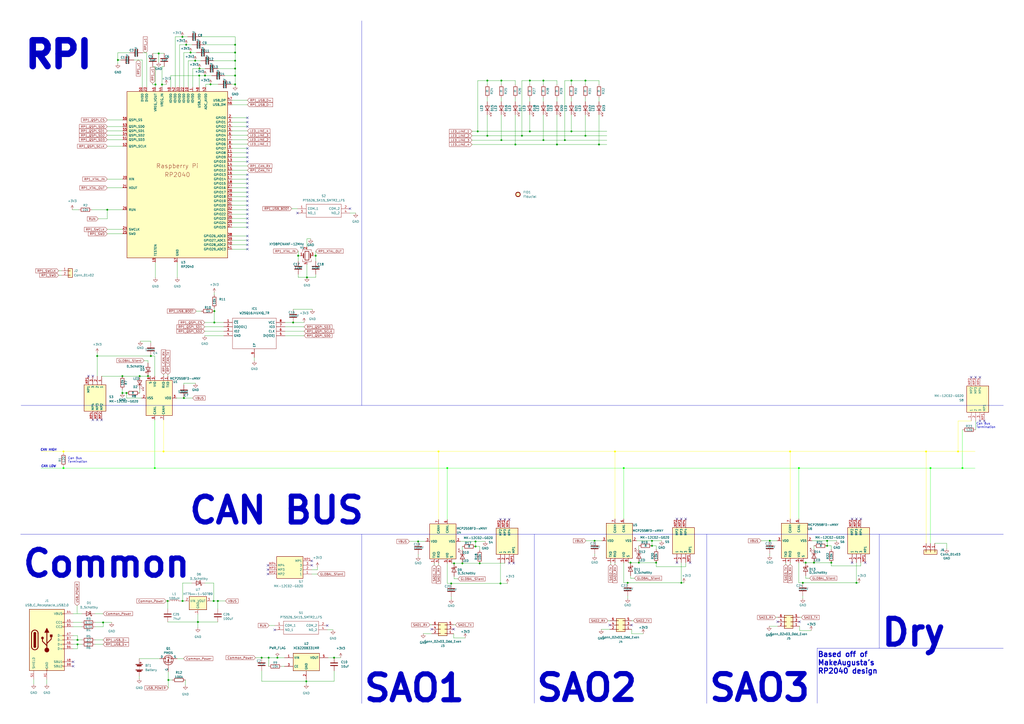
<source format=kicad_sch>
(kicad_sch (version 20230121) (generator eeschema)
  (paper "A2")
  (junction (at 254.381 261.874) (color 255 255 0 1))
  (junction (at 537.21 261.874) (color 255 255 0 1))
  (junction (at 361.823 271.526) (color 0 255 0 1))
  (junction (at 327.66 81.28))
  (junction (at 73.406 227.965))
  (junction (at 114.808 360.807))
  (junction (at 36.83 271.526) (color 0 255 0 1))
  (junction (at 90.17 49.022))
  (junction (at 136.398 48.9204))
  (junction (at 282.702 78.74))
  (junction (at 97.282 348.615))
  (junction (at 115.7224 39.7764))
  (junction (at 472.186 326.39))
  (junction (at 364.109 338.074))
  (junction (at 496.824 338.074))
  (junction (at 555.752 261.874) (color 255 255 0 1))
  (junction (at 275.844 314.0964))
  (junction (at 151.765 381.508))
  (junction (at 263.398 326.771))
  (junction (at 259.461 271.526) (color 0 255 0 1))
  (junction (at 56.388 206.502))
  (junction (at 242.57 314.071))
  (junction (at 115.57 43.8404))
  (junction (at 44.958 371.221))
  (junction (at 36.83 261.874) (color 255 255 0 1))
  (junction (at 315.214 81.28))
  (junction (at 323.088 83.82))
  (junction (at 122.1232 48.9204))
  (junction (at 108.0008 25.9588))
  (junction (at 463.423 271.526) (color 0 255 0 1))
  (junction (at 356.743 261.874) (color 255 255 0 1))
  (junction (at 193.802 381.508))
  (junction (at 70.993 218.186))
  (junction (at 123.952 348.615))
  (junction (at 467.36 326.39))
  (junction (at 268.224 326.771))
  (junction (at 446.532 313.69))
  (junction (at 378.206 316.611))
  (junction (at 70.993 227.965))
  (junction (at 92.0496 30.988))
  (junction (at 458.343 261.874) (color 255 255 0 1))
  (junction (at 105.918 348.615))
  (junction (at 339.598 46.736))
  (junction (at 136.398 25.9588))
  (junction (at 97.663 394.462))
  (junction (at 347.472 83.82))
  (junction (at 81.026 218.186))
  (junction (at 331.47 76.2))
  (junction (at 315.214 46.736))
  (junction (at 124.333 187.071))
  (junction (at 277.114 76.2))
  (junction (at 183.134 148.336))
  (junction (at 339.598 78.74))
  (junction (at 307.34 46.736))
  (junction (at 136.398 39.7764))
  (junction (at 290.83 81.28))
  (junction (at 261.747 338.455))
  (junction (at 113.2332 35.2044))
  (junction (at 539.75 271.526) (color 0 255 0 1))
  (junction (at 172.974 148.336))
  (junction (at 44.958 373.761))
  (junction (at 160.909 381.508))
  (junction (at 110.5408 30.48))
  (junction (at 118.9228 43.8404))
  (junction (at 106.68 230.886))
  (junction (at 344.932 313.69))
  (junction (at 302.768 78.74))
  (junction (at 178.054 160.909))
  (junction (at 177.673 395.224))
  (junction (at 365.76 326.39))
  (junction (at 380.619 326.39))
  (junction (at 124.333 180.467))
  (junction (at 465.709 338.074))
  (junction (at 479.806 316.611))
  (junction (at 87.503 206.502))
  (junction (at 59.817 361.061))
  (junction (at 275.844 316.992))
  (junction (at 170.053 187.071))
  (junction (at 94.869 261.874) (color 255 255 0 1))
  (junction (at 378.206 313.7154))
  (junction (at 307.34 76.2))
  (junction (at 395.224 338.074))
  (junction (at 290.322 338.455))
  (junction (at 331.47 46.736))
  (junction (at 85.852 218.186))
  (junction (at 136.398 30.48))
  (junction (at 278.257 326.771))
  (junction (at 89.789 271.526) (color 0 255 0 1))
  (junction (at 370.586 326.39))
  (junction (at 136.398 43.8404))
  (junction (at 282.702 46.736))
  (junction (at 155.829 381.508))
  (junction (at 93.98 49.022))
  (junction (at 126.365 348.615))
  (junction (at 68.3768 34.798))
  (junction (at 479.806 313.7154))
  (junction (at 105.8164 21.3868))
  (junction (at 290.83 46.736))
  (junction (at 482.219 326.39))
  (junction (at 298.958 83.82))
  (junction (at 136.398 35.2044))
  (junction (at 62.23 121.666))
  (junction (at 558.292 271.526) (color 0 255 0 1))
  (no_connect (at 463.804 360.68))
  (no_connect (at 295.402 326.644))
  (no_connect (at 180.848 325.374))
  (no_connect (at 499.364 300.99))
  (no_connect (at 297.942 326.644))
  (no_connect (at 143.51 108.966))
  (no_connect (at 143.51 86.106))
  (no_connect (at 203.0222 121.031))
  (no_connect (at 568.452 218.821))
  (no_connect (at 563.372 218.821))
  (no_connect (at 366.395 362.585))
  (no_connect (at 397.764 300.99))
  (no_connect (at 392.684 300.99))
  (no_connect (at 53.848 243.586))
  (no_connect (at 143.51 101.346))
  (no_connect (at 56.388 243.586))
  (no_connect (at 494.284 326.39))
  (no_connect (at 189.865 362.839))
  (no_connect (at 58.928 243.586))
  (no_connect (at 143.51 111.506))
  (no_connect (at 143.51 121.666))
  (no_connect (at 143.51 116.586))
  (no_connect (at 395.224 300.99))
  (no_connect (at 292.862 301.244))
  (no_connect (at 180.848 327.914))
  (no_connect (at 143.51 129.286))
  (no_connect (at 143.51 141.986))
  (no_connect (at 143.51 139.446))
  (no_connect (at 143.51 144.526))
  (no_connect (at 143.51 131.826))
  (no_connect (at 143.51 136.906))
  (no_connect (at 143.51 103.886))
  (no_connect (at 143.51 106.426))
  (no_connect (at 143.51 114.046))
  (no_connect (at 568.452 244.221))
  (no_connect (at 565.912 218.821))
  (no_connect (at 250.444 364.998))
  (no_connect (at 263.144 364.998))
  (no_connect (at 155.448 327.914))
  (no_connect (at 159.385 365.379))
  (no_connect (at 451.104 360.68))
  (no_connect (at 400.304 326.39))
  (no_connect (at 392.684 326.39))
  (no_connect (at 570.992 244.221))
  (no_connect (at 51.308 218.186))
  (no_connect (at 143.51 126.746))
  (no_connect (at 53.848 218.186))
  (no_connect (at 155.448 330.454))
  (no_connect (at 155.448 332.994))
  (no_connect (at 353.695 362.585))
  (no_connect (at 295.402 301.244))
  (no_connect (at 42.418 383.921))
  (no_connect (at 42.418 386.461))
  (no_connect (at 143.51 124.206))
  (no_connect (at 143.51 93.726))
  (no_connect (at 172.5422 123.571))
  (no_connect (at 290.322 301.244))
  (no_connect (at 494.284 300.99))
  (no_connect (at 501.904 326.39))
  (no_connect (at 143.51 91.186))
  (no_connect (at 496.824 300.99))
  (no_connect (at 143.51 119.126))
  (no_connect (at 143.51 88.646))
  (no_connect (at 143.51 68.326))
  (no_connect (at 143.51 70.866))
  (no_connect (at 143.51 73.406))
  (wire (pts (xy 62.23 75.946) (xy 71.12 75.946)))
  (wire (pts (xy 302.768 78.74) (xy 339.598 78.74)))
  (wire (pts (xy 44.704 355.854) (xy 44.704 351.282)))
  (wire (pts (xy 463.423 271.526) (xy 463.423 300.99)) (stroke (width 0) (color 0 255 0 1)))
  (polyline (pts (xy 409.956 309.88) (xy 409.956 408.051)))
  (wire (pts (xy 169.2402 121.031) (xy 172.5422 121.031)))
  (wire (pts (xy 80.772 392.176) (xy 80.772 393.7)))
  (wire (pts (xy 344.932 321.31) (xy 344.932 322.326)))
  (wire (pts (xy 34.036 159.639) (xy 35.687 159.639)))
  (wire (pts (xy 129.794 192.151) (xy 118.745 192.151)))
  (wire (pts (xy 482.219 318.77) (xy 482.219 316.611)))
  (wire (pts (xy 56.9468 126.9492) (xy 62.23 126.9492)))
  (wire (pts (xy 104.902 348.615) (xy 105.918 348.615)))
  (wire (pts (xy 259.461 271.526) (xy 361.823 271.526)) (stroke (width 0) (color 0 255 0 1)))
  (wire (pts (xy 364.109 345.694) (xy 364.109 347.091)))
  (wire (pts (xy 539.75 271.526) (xy 539.75 315.214)) (stroke (width 0) (color 0 255 0 1)))
  (wire (pts (xy 105.8164 21.3868) (xy 108.8136 21.3868)))
  (wire (pts (xy 378.206 313.7154) (xy 378.206 316.611)))
  (wire (pts (xy 88.4428 48.3108) (xy 88.4428 49.022)))
  (wire (pts (xy 331.47 56.642) (xy 331.47 58.928)))
  (wire (pts (xy 97.282 348.615) (xy 97.282 353.187)))
  (wire (pts (xy 331.47 66.548) (xy 331.47 76.2)))
  (wire (pts (xy 446.532 313.69) (xy 450.723 313.69)))
  (wire (pts (xy 124.333 180.467) (xy 124.333 187.071)))
  (wire (pts (xy 482.219 316.611) (xy 479.806 316.611)))
  (wire (pts (xy 190.373 381.508) (xy 193.802 381.508)))
  (wire (pts (xy 323.088 66.548) (xy 323.088 83.82)))
  (wire (pts (xy 327.66 81.28) (xy 327.66 46.736)))
  (wire (pts (xy 62.23 133.096) (xy 71.12 133.096)))
  (wire (pts (xy 395.224 338.074) (xy 396.748 338.074)))
  (wire (pts (xy 121.5136 30.48) (xy 136.398 30.48)))
  (wire (pts (xy 565.912 244.221) (xy 565.912 249.301)))
  (wire (pts (xy 323.088 56.642) (xy 323.088 58.928)))
  (wire (pts (xy 178.054 153.416) (xy 178.054 160.909)))
  (wire (pts (xy 151.765 395.224) (xy 177.673 395.224)))
  (wire (pts (xy 307.34 66.548) (xy 307.34 76.2)))
  (wire (pts (xy 134.62 88.646) (xy 143.51 88.646)))
  (wire (pts (xy 463.804 365.76) (xy 470.535 365.76)))
  (wire (pts (xy 124.0536 35.2044) (xy 136.398 35.2044)))
  (wire (pts (xy 23.749 271.526) (xy 36.83 271.526)) (stroke (width 0) (color 0 255 0 1)))
  (wire (pts (xy 124.333 169.799) (xy 124.333 171.069)))
  (wire (pts (xy 347.472 56.642) (xy 347.472 58.928)))
  (wire (pts (xy 44.958 376.301) (xy 44.958 373.761)))
  (wire (pts (xy 290.83 66.548) (xy 290.83 81.28)))
  (wire (pts (xy 458.343 261.874) (xy 458.343 300.99)) (stroke (width 0) (color 255 255 0 1)))
  (wire (pts (xy 111.76 39.7764) (xy 115.7224 39.7764)))
  (wire (pts (xy 263.144 362.458) (xy 264.16 362.458)))
  (wire (pts (xy 134.62 78.486) (xy 143.51 78.486)))
  (wire (pts (xy 70.993 227.965) (xy 73.406 227.965)))
  (wire (pts (xy 44.958 373.761) (xy 47.498 373.761)))
  (wire (pts (xy 41.91 121.666) (xy 45.72 121.666)))
  (wire (pts (xy 184.15 330.454) (xy 184.15 328.93)))
  (wire (pts (xy 68.3768 30.6324) (xy 68.3768 34.798)))
  (wire (pts (xy 134.62 111.506) (xy 143.51 111.506)))
  (wire (pts (xy 463.423 271.526) (xy 539.75 271.526)) (stroke (width 0) (color 0 255 0 1)))
  (wire (pts (xy 465.709 345.694) (xy 465.709 347.091)))
  (wire (pts (xy 397.764 328.676) (xy 380.619 328.676)))
  (polyline (pts (xy 510.032 309.88) (xy 510.032 376.047)))
  (wire (pts (xy 251.841 326.771) (xy 251.841 327.787)))
  (wire (pts (xy 19.558 394.081) (xy 19.558 396.875)))
  (wire (pts (xy 110.5408 30.48) (xy 113.8936 30.48)))
  (wire (pts (xy 55.118 361.061) (xy 59.817 361.061)))
  (wire (pts (xy 463.804 358.14) (xy 464.82 358.14)))
  (wire (pts (xy 93.98 38.608) (xy 93.98 49.022)))
  (wire (pts (xy 134.62 106.426) (xy 143.51 106.426)))
  (wire (pts (xy 116.4336 35.2044) (xy 113.2332 35.2044)))
  (wire (pts (xy 307.34 46.736) (xy 307.34 49.022)))
  (wire (pts (xy 136.398 39.7764) (xy 136.398 43.8404)))
  (wire (pts (xy 347.472 46.736) (xy 347.472 49.022)))
  (wire (pts (xy 380.619 316.611) (xy 378.206 316.611)))
  (wire (pts (xy 62.23 108.966) (xy 71.12 108.966)))
  (wire (pts (xy 134.62 141.986) (xy 143.51 141.986)))
  (wire (pts (xy 278.257 326.771) (xy 268.224 326.771)))
  (wire (pts (xy 62.23 121.666) (xy 71.12 121.666)))
  (wire (pts (xy 189.865 365.379) (xy 193.167 365.379)))
  (wire (pts (xy 134.62 75.946) (xy 143.51 75.946)))
  (wire (pts (xy 356.743 261.874) (xy 458.343 261.874)) (stroke (width 0) (color 255 255 0 1)))
  (wire (pts (xy 339.598 66.548) (xy 339.598 78.74)))
  (wire (pts (xy 68.3768 34.798) (xy 70.104 34.798)))
  (wire (pts (xy 94.869 261.874) (xy 254.381 261.874)) (stroke (width 0) (color 255 255 0 1)))
  (wire (pts (xy 113.792 180.467) (xy 116.713 180.467)))
  (wire (pts (xy 463.423 326.39) (xy 463.423 338.074)))
  (wire (pts (xy 344.932 313.69) (xy 349.123 313.69)))
  (wire (pts (xy 347.472 83.82) (xy 352.044 83.82)))
  (wire (pts (xy 242.57 314.071) (xy 246.761 314.071)))
  (wire (pts (xy 55.118 373.761) (xy 59.817 373.761)))
  (wire (pts (xy 172.974 159.131) (xy 172.974 160.909)))
  (wire (pts (xy 282.702 46.736) (xy 290.83 46.736)))
  (wire (pts (xy 298.958 56.642) (xy 298.958 58.928)))
  (wire (pts (xy 114.808 356.235) (xy 114.808 360.807)))
  (wire (pts (xy 97.409 217.17) (xy 97.409 218.186)))
  (wire (pts (xy 118.9228 43.8404) (xy 115.57 43.8404)))
  (wire (pts (xy 261.747 338.455) (xy 290.322 338.455)))
  (wire (pts (xy 323.088 46.736) (xy 323.088 49.022)))
  (wire (pts (xy 106.68 50.546) (xy 106.68 30.48)))
  (wire (pts (xy 465.963 326.39) (xy 467.36 326.39)))
  (wire (pts (xy 172.974 160.909) (xy 178.054 160.909)))
  (wire (pts (xy 93.98 49.022) (xy 93.98 50.546)))
  (wire (pts (xy 278.257 319.151) (xy 278.257 316.992)))
  (wire (pts (xy 365.76 326.39) (xy 370.586 326.39)))
  (polyline (pts (xy 209.804 309.88) (xy 582.041 309.88)))
  (wire (pts (xy 108.0008 25.9588) (xy 111.3536 25.9588)))
  (wire (pts (xy 134.62 103.886) (xy 143.51 103.886)))
  (wire (pts (xy 59.817 361.061) (xy 64.77 361.061)))
  (wire (pts (xy 42.418 363.601) (xy 47.498 363.601)))
  (wire (pts (xy 353.695 360.045) (xy 352.679 360.045)))
  (wire (pts (xy 164.973 381.508) (xy 160.909 381.508)))
  (wire (pts (xy 53.34 121.666) (xy 62.23 121.666)))
  (wire (pts (xy 62.23 73.406) (xy 71.12 73.406)))
  (wire (pts (xy 307.34 76.2) (xy 331.47 76.2)))
  (wire (pts (xy 92.0496 30.988) (xy 92.0496 36.0172)))
  (wire (pts (xy 44.958 371.221) (xy 47.498 371.221)))
  (wire (pts (xy 62.23 135.636) (xy 71.12 135.636)))
  (wire (pts (xy 89.789 271.526) (xy 259.461 271.526)) (stroke (width 0) (color 0 255 0 1)))
  (wire (pts (xy 496.824 338.074) (xy 498.348 338.074)))
  (polyline (pts (xy 473.9894 407.9494) (xy 473.9894 375.9962)))
  (wire (pts (xy 331.47 46.736) (xy 339.598 46.736)))
  (wire (pts (xy 70.993 225.806) (xy 70.993 227.965)))
  (wire (pts (xy 134.62 70.866) (xy 143.51 70.866)))
  (wire (pts (xy 62.23 84.836) (xy 71.12 84.836)))
  (wire (pts (xy 397.764 326.39) (xy 397.764 328.676)))
  (wire (pts (xy 36.83 261.874) (xy 94.869 261.874)) (stroke (width 0) (color 255 255 0 1)))
  (wire (pts (xy 42.418 376.301) (xy 44.958 376.301)))
  (wire (pts (xy 56.388 204.724) (xy 56.388 206.502)))
  (wire (pts (xy 542.29 315.214) (xy 549.148 315.214)))
  (wire (pts (xy 170.053 179.451) (xy 181.229 179.451)))
  (wire (pts (xy 55.118 355.981) (xy 59.817 355.981)))
  (wire (pts (xy 356.743 326.39) (xy 356.743 327.406)))
  (wire (pts (xy 90.17 38.608) (xy 88.646 38.608)))
  (wire (pts (xy 90.17 152.146) (xy 90.17 161.036)))
  (wire (pts (xy 282.702 66.548) (xy 282.702 78.74)))
  (wire (pts (xy 136.398 21.3868) (xy 136.398 25.9588)))
  (wire (pts (xy 273.812 83.82) (xy 298.958 83.82)))
  (wire (pts (xy 115.7224 39.7764) (xy 118.9736 39.7764)))
  (wire (pts (xy 347.472 66.548) (xy 347.472 83.82)))
  (wire (pts (xy 339.598 46.736) (xy 339.598 49.022)))
  (wire (pts (xy 126.365 348.615) (xy 130.81 348.615)))
  (wire (pts (xy 58.928 218.186) (xy 70.993 218.186)))
  (wire (pts (xy 361.823 271.526) (xy 463.423 271.526)) (stroke (width 0) (color 0 255 0 1)))
  (wire (pts (xy 136.398 48.9204) (xy 136.398 49.784)))
  (wire (pts (xy 242.57 321.691) (xy 242.57 322.707)))
  (wire (pts (xy 290.83 56.642) (xy 290.83 58.928)))
  (wire (pts (xy 354.203 326.39) (xy 354.203 327.406)))
  (wire (pts (xy 172.974 151.511) (xy 172.974 148.336)))
  (wire (pts (xy 395.224 338.074) (xy 364.109 338.074)))
  (wire (pts (xy 62.23 103.886) (xy 71.12 103.886)))
  (wire (pts (xy 129.794 194.691) (xy 118.745 194.691)))
  (wire (pts (xy 134.62 96.266) (xy 143.51 96.266)))
  (wire (pts (xy 479.806 313.69) (xy 479.806 313.7154)))
  (polyline (pts (xy 12.192 235.204) (xy 582.041 235.204)))
  (wire (pts (xy 126.5936 48.9204) (xy 122.1232 48.9204)))
  (wire (pts (xy 134.62 81.026) (xy 143.51 81.026)))
  (wire (pts (xy 56.388 206.502) (xy 87.503 206.502)))
  (wire (pts (xy 177.673 395.224) (xy 177.673 396.748)))
  (wire (pts (xy 180.848 332.994) (xy 184.15 332.994)))
  (wire (pts (xy 122.7836 43.8404) (xy 118.9228 43.8404)))
  (wire (pts (xy 446.151 363.22) (xy 451.104 363.22)))
  (wire (pts (xy 467.36 334.01) (xy 467.36 335.407)))
  (wire (pts (xy 163.449 386.588) (xy 164.973 386.588)))
  (polyline (pts (xy 11.938 309.88) (xy 209.804 309.88)))
  (wire (pts (xy 261.747 346.075) (xy 261.747 347.472)))
  (wire (pts (xy 467.36 335.407) (xy 469.646 335.407)))
  (wire (pts (xy 126.365 348.615) (xy 126.365 353.187)))
  (wire (pts (xy 134.62 83.566) (xy 143.51 83.566)))
  (wire (pts (xy 356.743 261.874) (xy 356.743 300.99)) (stroke (width 0) (color 255 255 0 1)))
  (wire (pts (xy 42.418 373.761) (xy 44.958 373.761)))
  (wire (pts (xy 183.134 160.909) (xy 178.054 160.909)))
  (wire (pts (xy 262.001 326.771) (xy 263.398 326.771)))
  (wire (pts (xy 129.794 189.611) (xy 118.745 189.611)))
  (wire (pts (xy 62.23 69.596) (xy 71.12 69.596)))
  (wire (pts (xy 134.62 124.206) (xy 143.51 124.206)))
  (wire (pts (xy 315.214 81.28) (xy 327.66 81.28)))
  (wire (pts (xy 180.848 330.454) (xy 184.15 330.454)))
  (wire (pts (xy 181.864 148.336) (xy 183.134 148.336)))
  (wire (pts (xy 183.134 145.669) (xy 183.134 148.336)))
  (wire (pts (xy 151.765 381.508) (xy 155.829 381.508)))
  (wire (pts (xy 23.749 261.874) (xy 36.83 261.874)) (stroke (width 0) (color 255 255 0 1)))
  (wire (pts (xy 115.57 43.8404) (xy 115.57 50.546)))
  (wire (pts (xy 134.62 60.706) (xy 143.51 60.706)))
  (wire (pts (xy 471.043 313.69) (xy 479.806 313.69)))
  (wire (pts (xy 331.47 76.2) (xy 352.044 76.2)))
  (polyline (pts (xy 473.9894 375.9962) (xy 581.9902 375.9962)))
  (wire (pts (xy 97.282 360.807) (xy 114.808 360.807)))
  (wire (pts (xy 85.852 210.566) (xy 85.852 209.169)))
  (wire (pts (xy 263.144 370.078) (xy 269.875 370.078)))
  (wire (pts (xy 369.443 313.69) (xy 378.206 313.69)))
  (wire (pts (xy 458.343 261.874) (xy 537.21 261.874)) (stroke (width 0) (color 255 255 0 1)))
  (wire (pts (xy 73.406 230.886) (xy 73.406 227.965)))
  (wire (pts (xy 136.398 35.2044) (xy 136.398 39.7764)))
  (wire (pts (xy 165.354 189.611) (xy 176.403 189.611)))
  (wire (pts (xy 165.354 194.691) (xy 176.403 194.691)))
  (wire (pts (xy 160.909 381.508) (xy 155.829 381.508)))
  (wire (pts (xy 290.83 46.736) (xy 290.83 49.022)))
  (wire (pts (xy 68.3768 36.9316) (xy 68.3768 34.798)))
  (wire (pts (xy 111.76 50.546) (xy 111.76 39.7764)))
  (wire (pts (xy 105.918 348.615) (xy 107.188 348.615)))
  (wire (pts (xy 302.768 46.736) (xy 302.768 78.74)))
  (wire (pts (xy 282.702 78.74) (xy 302.768 78.74)))
  (wire (pts (xy 378.206 313.7154) (xy 383.8194 313.7154)))
  (wire (pts (xy 62.23 78.486) (xy 71.12 78.486)))
  (wire (pts (xy 366.395 360.045) (xy 367.411 360.045)))
  (wire (pts (xy 122.428 348.615) (xy 123.952 348.615)))
  (wire (pts (xy 55.118 363.601) (xy 59.817 363.601)))
  (wire (pts (xy 273.812 78.74) (xy 282.702 78.74)))
  (wire (pts (xy 539.75 271.526) (xy 558.292 271.526)) (stroke (width 0) (color 0 255 0 1)))
  (wire (pts (xy 134.62 131.826) (xy 143.51 131.826)))
  (wire (pts (xy 277.114 76.2) (xy 307.34 76.2)))
  (wire (pts (xy 113.2332 35.2044) (xy 109.22 35.2044)))
  (wire (pts (xy 364.363 326.39) (xy 365.76 326.39)))
  (wire (pts (xy 178.054 138.557) (xy 180.213 138.557)))
  (wire (pts (xy 315.214 56.642) (xy 315.214 58.928)))
  (wire (pts (xy 87.249 218.186) (xy 85.852 218.186)))
  (wire (pts (xy 263.398 334.391) (xy 263.398 335.788)))
  (wire (pts (xy 105.918 338.201) (xy 111.252 338.201)))
  (wire (pts (xy 85.852 218.186) (xy 81.026 218.186)))
  (wire (pts (xy 62.23 121.666) (xy 62.23 126.9492)))
  (wire (pts (xy 327.66 46.736) (xy 331.47 46.736)))
  (wire (pts (xy 134.62 93.726) (xy 143.51 93.726)))
  (wire (pts (xy 93.98 38.608) (xy 95.25 38.608)))
  (wire (pts (xy 134.62 129.286) (xy 143.51 129.286)))
  (wire (pts (xy 365.76 334.01) (xy 365.76 335.407)))
  (wire (pts (xy 105.918 348.615) (xy 105.918 338.201)))
  (wire (pts (xy 134.62 116.586) (xy 143.51 116.586)))
  (wire (pts (xy 366.395 367.665) (xy 373.126 367.665)))
  (wire (pts (xy 87.503 206.502) (xy 89.789 206.502)))
  (wire (pts (xy 183.134 148.336) (xy 183.134 151.511)))
  (wire (pts (xy 172.974 148.336) (xy 174.244 148.336)))
  (wire (pts (xy 42.418 371.221) (xy 44.958 371.221)))
  (wire (pts (xy 56.388 218.186) (xy 56.388 206.502)))
  (wire (pts (xy 136.398 43.8404) (xy 136.398 48.9204)))
  (wire (pts (xy 380.619 318.77) (xy 380.619 316.611)))
  (wire (pts (xy 134.62 126.746) (xy 143.51 126.746)))
  (wire (pts (xy 82.55 50.546) (xy 82.55 34.798)))
  (wire (pts (xy 263.398 326.771) (xy 268.224 326.771)))
  (wire (pts (xy 134.62 108.966) (xy 143.51 108.966)))
  (wire (pts (xy 339.598 78.74) (xy 352.044 78.74)))
  (wire (pts (xy 275.844 314.0964) (xy 281.4574 314.0964)))
  (wire (pts (xy 136.398 25.9588) (xy 136.398 30.48)))
  (wire (pts (xy 482.219 326.39) (xy 472.186 326.39)))
  (wire (pts (xy 34.036 157.099) (xy 35.687 157.099)))
  (wire (pts (xy 250.444 362.458) (xy 249.428 362.458)))
  (wire (pts (xy 549.148 315.214) (xy 549.148 318.262)))
  (wire (pts (xy 307.34 46.736) (xy 302.768 46.736)))
  (wire (pts (xy 479.806 313.7154) (xy 485.4194 313.7154)))
  (wire (pts (xy 339.598 56.642) (xy 339.598 58.928)))
  (wire (pts (xy 118.745 187.071) (xy 124.333 187.071)))
  (wire (pts (xy 36.83 271.526) (xy 89.789 271.526)) (stroke (width 0) (color 0 255 0 1)))
  (wire (pts (xy 380.619 328.676) (xy 380.619 326.39)))
  (wire (pts (xy 451.104 358.14) (xy 450.088 358.14)))
  (wire (pts (xy 147.574 207.391) (xy 147.574 209.296)))
  (wire (pts (xy 134.62 119.126) (xy 143.51 119.126)))
  (wire (pts (xy 151.765 395.224) (xy 151.765 389.128)))
  (wire (pts (xy 499.364 328.295) (xy 482.219 328.295)))
  (wire (pts (xy 104.14 50.546) (xy 104.14 25.9588)))
  (wire (pts (xy 134.62 121.666) (xy 143.51 121.666)))
  (wire (pts (xy 178.054 143.256) (xy 178.054 138.557)))
  (wire (pts (xy 327.66 81.28) (xy 352.044 81.28)))
  (wire (pts (xy 364.109 338.074) (xy 361.823 338.074)))
  (wire (pts (xy 124.333 187.071) (xy 129.794 187.071)))
  (wire (pts (xy 116.4336 21.3868) (xy 136.398 21.3868)))
  (wire (pts (xy 365.76 335.407) (xy 368.046 335.407)))
  (wire (pts (xy 106.68 222.25) (xy 113.411 222.25)))
  (wire (pts (xy 537.21 261.874) (xy 555.752 261.874)) (stroke (width 0) (color 255 255 0 1)))
  (wire (pts (xy 27.178 394.081) (xy 27.178 396.875)))
  (wire (pts (xy 92.0496 30.988) (xy 95.25 30.988)))
  (wire (pts (xy 339.598 46.736) (xy 347.472 46.736)))
  (wire (pts (xy 42.418 355.981) (xy 47.498 355.981)))
  (wire (pts (xy 36.83 270.51) (xy 36.83 271.526)) (stroke (width 0) (color 0 255 0 1)))
  (wire (pts (xy 130.4036 43.8404) (xy 136.398 43.8404)))
  (wire (pts (xy 119.38 48.9204) (xy 119.38 50.546)))
  (wire (pts (xy 259.461 326.771) (xy 259.461 338.455)))
  (wire (pts (xy 263.398 335.788) (xy 265.684 335.788)))
  (wire (pts (xy 124.333 178.689) (xy 124.333 180.467)))
  (wire (pts (xy 172.974 145.669) (xy 172.974 148.336)))
  (wire (pts (xy 275.844 314.0964) (xy 275.844 316.992)))
  (wire (pts (xy 290.322 326.644) (xy 290.322 338.455)))
  (wire (pts (xy 111.76 230.886) (xy 106.68 230.886)))
  (wire (pts (xy 148.209 381.508) (xy 151.765 381.508)))
  (wire (pts (xy 446.532 321.31) (xy 446.532 322.326)))
  (wire (pts (xy 70.993 218.186) (xy 81.026 218.186)))
  (wire (pts (xy 134.62 144.526) (xy 143.51 144.526)))
  (wire (pts (xy 81.026 227.965) (xy 81.026 225.806)))
  (wire (pts (xy 97.663 394.462) (xy 99.949 394.462)))
  (wire (pts (xy 85.09 30.6324) (xy 82.8548 30.6324)))
  (wire (pts (xy 267.081 314.071) (xy 275.844 314.071)))
  (wire (pts (xy 555.752 244.221) (xy 563.372 244.221)) (stroke (width 0) (color 255 255 0 1)))
  (wire (pts (xy 123.952 338.201) (xy 123.952 348.615)))
  (wire (pts (xy 268.224 316.992) (xy 268.224 319.151)))
  (wire (pts (xy 323.088 83.82) (xy 347.472 83.82)))
  (wire (pts (xy 104.14 25.9588) (xy 108.0008 25.9588)))
  (wire (pts (xy 455.803 326.39) (xy 455.803 327.406)))
  (wire (pts (xy 290.322 338.455) (xy 294.386 338.455)))
  (wire (pts (xy 170.053 187.071) (xy 176.403 187.071)))
  (wire (pts (xy 59.817 361.061) (xy 59.817 363.601)))
  (wire (pts (xy 134.62 86.106) (xy 143.51 86.106)))
  (wire (pts (xy 134.62 91.186) (xy 143.51 91.186)))
  (wire (pts (xy 331.47 46.736) (xy 331.47 49.022)))
  (polyline (pts (xy 209.804 12.065) (xy 209.804 235.204)))
  (wire (pts (xy 156.083 362.839) (xy 159.385 362.839)))
  (wire (pts (xy 118.872 338.201) (xy 123.952 338.201)))
  (wire (pts (xy 298.958 83.82) (xy 323.088 83.82)))
  (wire (pts (xy 94.869 217.17) (xy 94.869 218.186)))
  (wire (pts (xy 467.36 326.39) (xy 472.186 326.39)))
  (wire (pts (xy 290.83 81.28) (xy 315.214 81.28)))
  (wire (pts (xy 298.958 66.548) (xy 298.958 83.82)))
  (wire (pts (xy 94.869 243.586) (xy 94.869 261.874)) (stroke (width 0) (color 255 255 0 1)))
  (wire (pts (xy 165.354 192.151) (xy 176.403 192.151)))
  (wire (pts (xy 315.214 46.736) (xy 315.214 49.022)))
  (wire (pts (xy 263.144 367.538) (xy 263.144 370.078)))
  (wire (pts (xy 126.5936 39.7764) (xy 136.398 39.7764)))
  (wire (pts (xy 203.0222 123.571) (xy 206.3242 123.571)))
  (wire (pts (xy 463.804 363.22) (xy 463.804 365.76)))
  (wire (pts (xy 245.491 367.538) (xy 250.444 367.538)))
  (wire (pts (xy 315.214 66.548) (xy 315.214 81.28)))
  (wire (pts (xy 87.503 198.882) (xy 87.503 197.866)))
  (wire (pts (xy 282.702 46.736) (xy 282.702 49.022)))
  (wire (pts (xy 555.752 261.874) (xy 565.658 261.874)) (stroke (width 0) (color 255 255 0 1)))
  (wire (pts (xy 339.852 313.69) (xy 344.932 313.69)))
  (wire (pts (xy 107.569 394.462) (xy 107.569 397.383)))
  (wire (pts (xy 254.381 261.874) (xy 254.381 301.371)) (stroke (width 0) (color 255 255 0 1)))
  (wire (pts (xy 366.395 365.125) (xy 366.395 367.665)))
  (wire (pts (xy 42.418 361.061) (xy 47.498 361.061)))
  (wire (pts (xy 273.812 76.2) (xy 277.114 76.2)))
  (wire (pts (xy 155.829 381.508) (xy 155.829 386.588)))
  (wire (pts (xy 101.6 50.546) (xy 101.6 21.3868)))
  (wire (pts (xy 496.824 326.39) (xy 496.824 338.074)))
  (wire (pts (xy 80.772 382.016) (xy 92.583 382.016)))
  (wire (pts (xy 122.1232 48.9204) (xy 119.38 48.9204)))
  (wire (pts (xy 499.364 326.39) (xy 499.364 328.295)))
  (wire (pts (xy 237.49 314.071) (xy 242.57 314.071)))
  (wire (pts (xy 90.17 49.022) (xy 90.17 50.546)))
  (wire (pts (xy 496.824 338.074) (xy 465.709 338.074)))
  (wire (pts (xy 465.709 338.074) (xy 463.423 338.074)))
  (wire (pts (xy 380.619 326.39) (xy 370.586 326.39)))
  (wire (pts (xy 323.088 46.736) (xy 315.214 46.736)))
  (wire (pts (xy 88.4428 49.022) (xy 90.17 49.022)))
  (wire (pts (xy 292.862 326.771) (xy 292.862 326.644)))
  (wire (pts (xy 134.62 68.326) (xy 143.51 68.326)))
  (wire (pts (xy 55.118 371.221) (xy 59.817 371.221)))
  (wire (pts (xy 62.23 81.026) (xy 71.12 81.026)))
  (wire (pts (xy 315.214 46.736) (xy 307.34 46.736)))
  (wire (pts (xy 348.742 365.125) (xy 353.695 365.125)))
  (wire (pts (xy 89.789 243.586) (xy 89.789 271.526)) (stroke (width 0) (color 0 255 0 1)))
  (wire (pts (xy 282.702 56.642) (xy 282.702 58.928)))
  (wire (pts (xy 183.134 159.131) (xy 183.134 160.909)))
  (wire (pts (xy 81.407 197.866) (xy 87.503 197.866)))
  (wire (pts (xy 558.292 249.301) (xy 558.292 271.526)) (stroke (width 0) (color 0 255 0 1)))
  (wire (pts (xy 93.98 49.022) (xy 96.52 49.022)))
  (wire (pts (xy 165.354 187.071) (xy 170.053 187.071)))
  (wire (pts (xy 555.752 244.221) (xy 555.752 261.874)) (stroke (width 0) (color 255 255 0 1)))
  (wire (pts (xy 44.958 368.681) (xy 44.958 371.221)))
  (wire (pts (xy 102.743 382.016) (xy 106.426 382.016)))
  (wire (pts (xy 134.62 98.806) (xy 143.51 98.806)))
  (polyline (pts (xy 209.804 309.88) (xy 209.804 408.051)))
  (wire (pts (xy 307.34 56.642) (xy 307.34 58.928)))
  (wire (pts (xy 277.114 76.2) (xy 277.114 46.736)))
  (wire (pts (xy 134.62 114.046) (xy 143.51 114.046)))
  (wire (pts (xy 85.09 30.6324) (xy 85.09 50.546)))
  (wire (pts (xy 114.808 360.807) (xy 114.808 364.109)))
  (wire (pts (xy 193.802 381.508) (xy 197.612 381.508)))
  (wire (pts (xy 136.398 30.48) (xy 136.398 35.2044)))
  (wire (pts (xy 370.586 316.611) (xy 370.586 318.77)))
  (wire (pts (xy 177.673 394.208) (xy 177.673 395.224)))
  (wire (pts (xy 298.958 46.736) (xy 298.958 49.022)))
  (wire (pts (xy 97.663 394.462) (xy 97.663 399.034)))
  (wire (pts (xy 134.62 136.906) (xy 143.51 136.906)))
  (wire (pts (xy 114.808 360.807) (xy 126.365 360.807)))
  (wire (pts (xy 395.224 326.39) (xy 395.224 338.074)))
  (wire (pts (xy 278.257 316.992) (xy 275.844 316.992)))
  (wire (pts (xy 134.2136 48.9204) (xy 136.398 48.9204)))
  (wire (pts (xy 479.806 313.7154) (xy 479.806 316.611)))
  (wire (pts (xy 277.114 46.736) (xy 282.702 46.736)))
  (wire (pts (xy 118.9736 25.9588) (xy 136.398 25.9588)))
  (wire (pts (xy 472.186 316.611) (xy 472.186 318.77)))
  (wire (pts (xy 278.257 326.771) (xy 292.862 326.771)))
  (wire (pts (xy 106.68 30.48) (xy 110.5408 30.48)))
  (wire (pts (xy 259.461 271.526) (xy 259.461 301.371)) (stroke (width 0) (color 0 255 0 1)))
  (wire (pts (xy 261.747 338.455) (xy 259.461 338.455)))
  (wire (pts (xy 537.21 261.874) (xy 537.21 315.214)) (stroke (width 0) (color 255 255 0 1)))
  (wire (pts (xy 378.206 313.69) (xy 378.206 313.7154)))
  (wire (pts (xy 458.343 326.39) (xy 458.343 327.406)))
  (wire (pts (xy 134.62 139.446) (xy 143.51 139.446)))
  (wire (pts (xy 254.381 326.771) (xy 254.381 327.787)))
  (wire (pts (xy 106.68 230.886) (xy 102.489 230.886)))
  (wire (pts (xy 273.812 81.28) (xy 290.83 81.28)))
  (wire (pts (xy 134.62 73.406) (xy 143.51 73.406)))
  (wire (pts (xy 99.06 43.8404) (xy 115.57 43.8404)))
  (wire (pts (xy 254.381 261.874) (xy 356.743 261.874)) (stroke (width 0) (color 255 255 0 1)))
  (wire (pts (xy 275.844 314.071) (xy 275.844 314.0964)))
  (wire (pts (xy 134.62 101.346) (xy 143.51 101.346)))
  (wire (pts (xy 96.393 348.615) (xy 97.282 348.615)))
  (wire (pts (xy 441.452 313.69) (xy 446.532 313.69)))
  (wire (pts (xy 42.418 368.681) (xy 44.958 368.681)))
  (wire (pts (xy 102.87 152.146) (xy 102.87 161.036)))
  (wire (pts (xy 106.68 223.266) (xy 106.68 222.25)))
  (wire (pts (xy 88.646 30.988) (xy 92.0496 30.988)))
  (wire (pts (xy 482.219 326.39) (xy 482.219 328.295)))
  (wire (pts (xy 82.55 34.798) (xy 77.724 34.798)))
  (wire (pts (xy 75.2348 30.6324) (xy 68.3768 30.6324)))
  (wire (pts (xy 85.852 209.169) (xy 83.566 209.169)))
  (wire (pts (xy 558.292 271.526) (xy 565.6326 271.526)) (stroke (width 0) (color 0 255 0 1)))
  (wire (pts (xy 36.83 261.874) (xy 36.83 262.89)) (stroke (width 0) (color 255 255 0 1)))
  (polyline (pts (xy 310.007 309.88) (xy 310.007 407.924)))
  (wire (pts (xy 82.169 230.886) (xy 73.406 230.886)))
  (wire (pts (xy 290.83 46.736) (xy 298.958 46.736)))
  (wire (pts (xy 361.823 271.526) (xy 361.823 300.99)) (stroke (width 0) (color 0 255 0 1)))
  (wire (pts (xy 134.62 58.166) (xy 143.51 58.166)))
  (wire (pts (xy 99.06 50.546) (xy 99.06 43.8404)))
  (wire (pts (xy 90.17 38.608) (xy 90.17 49.022)))
  (wire (pts (xy 123.952 348.615) (xy 126.365 348.615)))
  (wire (pts (xy 101.6 21.3868) (xy 105.8164 21.3868)))
  (wire (pts (xy 177.673 395.224) (xy 193.802 395.224)))
  (wire (pts (xy 89.789 218.186) (xy 89.789 206.502)))
  (wire (pts (xy 193.802 389.128) (xy 193.802 395.224)))
  (wire (pts (xy 361.823 326.39) (xy 361.823 338.074)))
  (wire (pts (xy 109.22 35.2044) (xy 109.22 50.546)))
  (wire (pts (xy 97.663 389.636) (xy 97.663 394.462)))
  (text "Based off of \nMakeAugusta's \nRP2040 design" (at 474.218 391.16 0) (effects (font (size 3 3) (thickness 0.6) bold) (justify left bottom)))
  (text "Dry" (at 510.1082 375.92 0) (effects (font (size 15 15) (thickness 3) bold) (justify left bottom)))
  (text "SAO2\n" (at 309.8546 407.9748 0) (effects (font (size 15 15) (thickness 3) bold) (justify left bottom)))
  (text "Can Bus \nTermination" (at 566.293 248.666 0) (effects (font (size 1.27 1.27)) (justify left bottom)))
  (text "CAN HIGH" (at 23.368 261.747 0) (effects (font (size 1.27 1.27) bold italic) (justify left bottom)))
  (text "SAO3\n" (at 410.1338 407.9748 0) (effects (font (size 15 15) (thickness 3) bold) (justify left bottom)))
  (text "CAN BUS" (at 108.458 305.054 0) (effects (font (size 15 15) (thickness 3) bold) (justify left bottom)))
  (text "CAN LOW" (at 23.749 271.272 0) (effects (font (size 1.27 1.27) bold italic) (justify left bottom)))
  (text "Can Bus \nTermination" (at 39.37 268.732 0) (effects (font (size 1.27 1.27)) (justify left bottom)))
  (text "Common" (at 11.938 335.915 0) (effects (font (size 15 15) (thickness 3) bold) (justify left bottom)))
  (text "RPI" (at 12.954 40.64 0) (effects (font (size 15 15) (thickness 6) bold) (justify left bottom)))
  (text "SAO1" (at 209.8294 408.1526 0) (effects (font (size 15 15) (thickness 3) bold) (justify left bottom)))
  (global_label "RP1_QSPI_SD0" (shape input) (at 176.403 194.691 0) (property "Intersheetrefs" "${INTERSHEET_REFS}" (effects hide)))
  (global_label "LED_LINE_1" (shape input) (at 273.812 76.2 180) (property "Intersheetrefs" "${INTERSHEET_REFS}" (effects hide)))
  (global_label "SAO2_RX" (shape input) (at 352.679 360.045 180) (property "Intersheetrefs" "${INTERSHEET_REFS}" (effects hide)))
  (global_label "GLOBAL_Silent" (shape input) (at 184.15 332.994 0) (property "Intersheetrefs" "${INTERSHEET_REFS}" (effects hide)))
  (global_label "VBUS" (shape input) (at 441.452 313.69 180) (property "Intersheetrefs" "${INTERSHEET_REFS}" (effects hide)))
  (global_label "RP1_SWD" (shape input) (at 34.036 159.639 180) (property "Intersheetrefs" "${INTERSHEET_REFS}" (effects hide)))
  (global_label "RP1_v1" (shape input) (at 84.2772 30.6324 90) (property "Intersheetrefs" "${INTERSHEET_REFS}" (effects hide)))
  (global_label "RP1_XTAL_IN" (shape input) (at 62.23 103.886 180) (property "Intersheetrefs" "${INTERSHEET_REFS}" (effects hide)))
  (global_label "~{RP1_USB_BOOT}" (shape input) (at 169.2402 121.031 180) (property "Intersheetrefs" "${INTERSHEET_REFS}" (effects hide)))
  (global_label "~{RP1_USB_BOOT}" (shape input) (at 113.792 180.467 180) (property "Intersheetrefs" "${INTERSHEET_REFS}" (effects hide)))
  (global_label "RP1_QSPI_SD3" (shape input) (at 176.403 189.611 0) (property "Intersheetrefs" "${INTERSHEET_REFS}" (effects hide)))
  (global_label "RP1_SWCLK" (shape input) (at 62.23 133.096 180) (property "Intersheetrefs" "${INTERSHEET_REFS}" (effects hide)))
  (global_label "USB_POWER" (shape input) (at 44.704 351.282 90) (property "Intersheetrefs" "${INTERSHEET_REFS}" (effects hide)))
  (global_label "SAO1_RX" (shape input) (at 254.381 327.787 270) (property "Intersheetrefs" "${INTERSHEET_REFS}" (effects hide)))
  (global_label "SAO2_RX" (shape input) (at 356.743 327.406 270) (property "Intersheetrefs" "${INTERSHEET_REFS}" (effects hide)))
  (global_label "GLOBAL_Silent" (shape input) (at 265.684 335.788 0) (property "Intersheetrefs" "${INTERSHEET_REFS}" (effects hide)))
  (global_label "SAO2_TX" (shape input) (at 367.411 360.045 0) (property "Intersheetrefs" "${INTERSHEET_REFS}" (effects hide)))
  (global_label "Common_Power" (shape input) (at 59.817 355.981 0) (property "Intersheetrefs" "${INTERSHEET_REFS}" (effects hide)))
  (global_label "RP1_XTAL_IN" (shape input) (at 172.974 145.669 180) (property "Intersheetrefs" "${INTERSHEET_REFS}" (effects hide)))
  (global_label "SAO2_TX" (shape input) (at 354.203 327.406 270) (property "Intersheetrefs" "${INTERSHEET_REFS}" (effects hide)))
  (global_label "RP1_QSPI_SCLK" (shape input) (at 62.23 84.836 180) (property "Intersheetrefs" "${INTERSHEET_REFS}" (effects hide)))
  (global_label "USB_POWER" (shape input) (at 97.663 399.034 180) (property "Intersheetrefs" "${INTERSHEET_REFS}" (effects hide)))
  (global_label "RUN" (shape input) (at 56.9468 126.9492 180) (property "Intersheetrefs" "${INTERSHEET_REFS}" (effects hide)))
  (global_label "LED_LINE_2" (shape input) (at 273.812 78.74 180) (property "Intersheetrefs" "${INTERSHEET_REFS}" (effects hide)))
  (global_label "LED_LINE_4" (shape input) (at 273.812 83.82 180) (property "Intersheetrefs" "${INTERSHEET_REFS}" (effects hide)))
  (global_label "RP1_USB_D-" (shape input) (at 59.817 371.221 0) (property "Intersheetrefs" "${INTERSHEET_REFS}" (effects hide)))
  (global_label "RP1_QSPI_SD3" (shape input) (at 62.23 81.026 180) (property "Intersheetrefs" "${INTERSHEET_REFS}" (effects hide)))
  (global_label "VBUS" (shape input) (at 130.81 348.615 0) (property "Intersheetrefs" "${INTERSHEET_REFS}" (effects hide)))
  (global_label "GLOBAL_Silent" (shape input) (at 469.646 335.407 0) (property "Intersheetrefs" "${INTERSHEET_REFS}" (effects hide)))
  (global_label "RP1_SWD" (shape input) (at 62.23 135.636 180) (property "Intersheetrefs" "${INTERSHEET_REFS}" (effects hide)))
  (global_label "RP1_CAN_TX" (shape input) (at 97.409 217.17 90) (property "Intersheetrefs" "${INTERSHEET_REFS}" (effects hide)))
  (global_label "RP1_CAN_RX" (shape input) (at 94.869 217.17 90) (property "Intersheetrefs" "${INTERSHEET_REFS}" (effects hide)))
  (global_label "Common_Power" (shape input) (at 106.426 382.016 0) (property "Intersheetrefs" "${INTERSHEET_REFS}" (effects hide)))
  (global_label "LED_LINE_1" (shape input) (at 143.51 83.566 0) (property "Intersheetrefs" "${INTERSHEET_REFS}" (effects hide)))
  (global_label "VBUS" (shape input) (at 339.852 313.69 180) (property "Intersheetrefs" "${INTERSHEET_REFS}" (effects hide)))
  (global_label "VBUS" (shape input) (at 111.76 230.886 0) (property "Intersheetrefs" "${INTERSHEET_REFS}" (effects hide)))
  (global_label "RP1_CAN_RX" (shape input) (at 143.51 96.266 0) (property "Intersheetrefs" "${INTERSHEET_REFS}" (effects hide)))
  (global_label "RP1_QSPI_SD2" (shape input) (at 62.23 78.486 180) (property "Intersheetrefs" "${INTERSHEET_REFS}" (effects hide)))
  (global_label "Common_Power" (shape input) (at 96.393 348.615 180) (property "Intersheetrefs" "${INTERSHEET_REFS}" (effects hide)))
  (global_label "SAO3_TX" (shape input) (at 455.803 327.406 270) (property "Intersheetrefs" "${INTERSHEET_REFS}" (effects hide)))
  (global_label "GLOBAL_Silent" (shape input) (at 83.566 209.169 180) (property "Intersheetrefs" "${INTERSHEET_REFS}" (effects hide)))
  (global_label "LED_LINE_4" (shape input) (at 143.51 75.946 0) (property "Intersheetrefs" "${INTERSHEET_REFS}" (effects hide)))
  (global_label "RP1_v1" (shape input) (at 80.2132 34.798 270) (property "Intersheetrefs" "${INTERSHEET_REFS}" (effects hide)))
  (global_label "Common_Power" (shape input) (at 148.209 381.508 180) (property "Intersheetrefs" "${INTERSHEET_REFS}" (effects hide)))
  (global_label "RP1_USB_D+" (shape input) (at 143.51 58.166 0) (property "Intersheetrefs" "${INTERSHEET_REFS}" (effects hide)))
  (global_label "RP1_v1" (shape input) (at 88.4428 48.3108 90) (property "Intersheetrefs" "${INTERSHEET_REFS}" (effects hide)))
  (global_label "SAO3_RX" (shape input) (at 458.343 327.406 270) (property "Intersheetrefs" "${INTERSHEET_REFS}" (effects hide)))
  (global_label "RP1_QSPI_SD0" (shape input) (at 62.23 73.406 180) (property "Intersheetrefs" "${INTERSHEET_REFS}" (effects hide)))
  (global_label "RP1_QSPI_SD2" (shape input) (at 118.745 192.151 180) (property "Intersheetrefs" "${INTERSHEET_REFS}" (effects hide)))
  (global_label "SAO3_RX" (shape input) (at 450.088 358.14 180) (property "Intersheetrefs" "${INTERSHEET_REFS}" (effects hide)))
  (global_label "SAO1_TX" (shape input) (at 264.16 362.458 0) (property "Intersheetrefs" "${INTERSHEET_REFS}" (effects hide)))
  (global_label "RP1_QSPI_SD1" (shape input) (at 62.23 75.946 180) (property "Intersheetrefs" "${INTERSHEET_REFS}" (effects hide)))
  (global_label "RP1_QSPI_CS" (shape input) (at 62.23 69.596 180) (property "Intersheetrefs" "${INTERSHEET_REFS}" (effects hide)))
  (global_label "RP1_SWCLK" (shape input) (at 34.036 157.099 180) (property "Intersheetrefs" "${INTERSHEET_REFS}" (effects hide)))
  (global_label "RP1_XTAL_OUT" (shape input) (at 183.134 145.669 0) (property "Intersheetrefs" "${INTERSHEET_REFS}" (effects hide)))
  (global_label "SAO1_RX" (shape input) (at 249.428 362.458 180) (property "Intersheetrefs" "${INTERSHEET_REFS}" (effects hide)))
  (global_label "RP1_USB_D+" (shape input) (at 59.817 373.761 0) (property "Intersheetrefs" "${INTERSHEET_REFS}" (effects hide)))
  (global_label "RUN" (shape input) (at 156.083 362.839 180) (property "Intersheetrefs" "${INTERSHEET_REFS}" (effects hide)))
  (global_label "RP1_QSPI_SD1" (shape input) (at 118.745 189.611 180) (property "Intersheetrefs" "${INTERSHEET_REFS}" (effects hide)))
  (global_label "RP1_CAN_TX" (shape input) (at 143.51 98.806 0) (property "Intersheetrefs" "${INTERSHEET_REFS}" (effects hide)))
  (global_label "RP1_USB_D-" (shape input) (at 143.51 60.706 0) (property "Intersheetrefs" "${INTERSHEET_REFS}" (effects hide)))
  (global_label "LED_LINE_3" (shape input) (at 143.51 78.486 0) (property "Intersheetrefs" "${INTERSHEET_REFS}" (effects hide)))
  (global_label "SAO3_TX" (shape input) (at 464.82 358.14 0) (property "Intersheetrefs" "${INTERSHEET_REFS}" (effects hide)))
  (global_label "LED_LINE_2" (shape input) (at 143.51 81.026 0) (property "Intersheetrefs" "${INTERSHEET_REFS}" (effects hide)))
  (global_label "VBUS" (shape input) (at 237.49 314.071 180) (property "Intersheetrefs" "${INTERSHEET_REFS}" (effects hide)))
  (global_label "LED_LINE_3" (shape input) (at 273.812 81.28 180) (property "Intersheetrefs" "${INTERSHEET_REFS}" (effects hide)))
  (global_label "GLOBAL_Silent" (shape input) (at 368.046 335.407 0) (property "Intersheetrefs" "${INTERSHEET_REFS}" (effects hide)))
  (global_label "SAO1_TX" (shape input) (at 251.841 327.787 270) (property "Intersheetrefs" "${INTERSHEET_REFS}" (effects hide)))
  (global_label "RP1_QSPI_CS" (shape input) (at 118.745 187.071 180) (property "Intersheetrefs" "${INTERSHEET_REFS}" (effects hide)))
  (global_label "RP1_QSPI_SCLK" (shape input) (at 176.403 192.151 0) (property "Intersheetrefs" "${INTERSHEET_REFS}" (effects hide)))
  (global_label "RP1_XTAL_OUT" (shape input) (at 62.23 108.966 180) (property "Intersheetrefs" "${INTERSHEET_REFS}" (effects hide)))
  (symbol (lib_id "Connector_Generic:Conn_02x03_Odd_Even") (at 361.315 362.585 180) (unit 1)
    (property "Reference" "J4" (at 360.045 372.237 0))
    (property "Value" "Conn_02x03_Odd_Even" (at 360.045 369.697 0))
    (property "Footprint" "Connector_PinHeader_2.54mm:PinHeader_2x03_P2.54mm_Vertical" (effects hide))
  )
  (symbol (lib_id "MK-12C02-G020:MK-12C02-G020") (at 180.848 332.994 180) (unit 1)
    (property "Reference" "S7" (at 175.895 337.439 0) (effects (justify left)))
    (property "Value" "MK-12C02-G020" (at 175.895 339.979 0) (effects (justify left)))
    (property "Footprint" "MK-12C02-G020:MK12C02G020" (effects hide))
    (property "Datasheet" "https://datasheet.lcsc.com/lcsc/2012062037_G-Switch-MK-12C02-G020_C963206.pdf" (effects hide))
    (property "Height" "1.45" (effects hide))
    (property "Manufacturer_Name" "G-Switch Electronic" (effects hide))
    (property "Manufacturer_Part_Number" "MK-12C02-G020" (effects hide))
  )
  (symbol (lib_id "power:+3V3") (at 176.403 187.071 0) (unit 1)
    (property "Reference" "#PWR028" (effects hide))
    (property "Value" "+3V3" (at 176.403 181.61 0))
  )
  (symbol (lib_id "Device:C") (at 95.25 34.798 0) (unit 1)
    (property "Reference" "C6" (at 95.504 32.8168 0) (effects (justify left)))
    (property "Value" "1uF" (at 93.6244 34.798 0) (effects (justify left)))
    (property "Footprint" "Capacitor_SMD:C_0805_2012Metric" (effects hide))
  )
  (symbol (lib_id "Device:R") (at 347.472 52.832 180) (unit 1)
    (property "Reference" "R32" (at 350.012 52.832 90))
    (property "Value" "R" (at 347.472 52.832 90))
    (property "Footprint" "Resistor_SMD:R_0805_2012Metric" (effects hide))
  )
  (symbol (lib_id "Device:C") (at 122.7836 39.7764 90) (unit 1)
    (property "Reference" "C13" (at 126.492 38.862 90) (effects (justify left)))
    (property "Value" "100nF" (at 122.7836 42.3164 0) (effects (justify left)))
    (property "Footprint" "Capacitor_SMD:C_0805_2012Metric" (effects hide))
  )
  (symbol (lib_id "power:GND") (at 206.3242 123.571 0) (unit 1)
    (property "Reference" "#PWR034" (effects hide))
    (property "Value" "GND" (at 206.3242 128.524 0))
  )
  (symbol (lib_id "power:GND") (at 27.178 396.875 0) (unit 1)
    (property "Reference" "#PWR02" (effects hide))
    (property "Value" "GND" (at 27.178 401.828 0))
  )
  (symbol (lib_id "Device:C") (at 115.1636 25.9588 90) (unit 1)
    (property "Reference" "C9" (at 120.0404 24.9428 90) (effects (justify left)))
    (property "Value" "100nF" (at 115.1636 28.4988 0) (effects (justify left)))
    (property "Footprint" "Capacitor_SMD:C_0805_2012Metric" (effects hide))
  )
  (symbol (lib_id "Device:C") (at 242.57 317.881 0) (unit 1)
    (property "Reference" "C19" (at 239.903 315.722 0) (effects (justify left)))
    (property "Value" "100nF" (at 239.903 317.754 0) (effects (justify left)))
    (property "Footprint" "Capacitor_SMD:C_0805_2012Metric" (effects hide))
  )
  (symbol (lib_id "PTS526_SK15_SMTR2_LFS:PTS526_SK15_SMTR2_LFS") (at 172.5422 121.031 0) (unit 1)
    (property "Reference" "S2" (at 187.7822 113.6904 0))
    (property "Value" "PTS526_SK15_SMTR2_LFS" (at 187.7822 116.2304 0))
    (property "Footprint" "PTS526_SK15_SMTR2_LFS:PTS526SK15SMTR2LFS" (effects hide))
    (property "Datasheet" "https://www.ckswitches.com/media/2780/pts526.pdf" (effects hide))
    (property "Description" "Tact 5.2 x 5.2, 1.5 mm H, 260gf, G leads, No ground pin, metal actuator" (effects hide))
    (property "Height" "1.65" (effects hide))
    (property "Manufacturer_Name" "C & K COMPONENTS" (effects hide))
    (property "Manufacturer_Part_Number" "PTS526 SK15 SMTR2 LFS" (effects hide))
  )
  (symbol (lib_id "power:+3V3") (at 122.1232 48.9204 0) (unit 1)
    (property "Reference" "#PWR023" (effects hide))
    (property "Value" "+3V3" (at 118.9736 46.5328 0))
  )
  (symbol (lib_id "Device:C") (at 130.4036 48.9204 90) (unit 1)
    (property "Reference" "C15" (at 134.0612 48.0568 90) (effects (justify left)))
    (property "Value" "100nF" (at 130.4036 51.4604 0) (effects (justify left)))
    (property "Footprint" "Capacitor_SMD:C_0805_2012Metric" (effects hide))
  )
  (symbol (lib_id "power:+3V3") (at 108.0008 25.9588 0) (unit 1)
    (property "Reference" "#PWR015" (effects hide))
    (property "Value" "+3V3" (at 104.8512 23.5712 0))
  )
  (symbol (lib_id "power:GND") (at 118.745 194.691 0) (unit 1)
    (property "Reference" "#PWR020" (effects hide))
    (property "Value" "GND" (at 118.745 199.39 0))
  )
  (symbol (lib_id "power:+3V3") (at 396.748 338.074 0) (unit 1)
    (property "Reference" "#PWR046" (effects hide))
    (property "Value" "+3V3" (at 395.5288 333.9084 0) (effects (justify left)))
  )
  (symbol (lib_id "Device:C") (at 73.914 34.798 90) (unit 1)
    (property "Reference" "C1" (at 72.644 33.3248 90) (effects (justify left)))
    (property "Value" "100nF" (at 73.914 37.338 0) (effects (justify left)))
    (property "Footprint" "Capacitor_SMD:C_0805_2012Metric" (effects hide))
  )
  (symbol (lib_id "Device:R") (at 562.102 249.301 90) (unit 1)
    (property "Reference" "R23" (at 562.102 247.269 90))
    (property "Value" "120" (at 562.229 249.428 90))
    (property "Footprint" "Resistor_SMD:R_0805_2012Metric" (effects hide))
  )
  (symbol (lib_id "Connector_Generic:Conn_01x02") (at 40.767 157.099 0) (unit 1)
    (property "Reference" "J2" (at 42.799 157.0989 0) (effects (justify left)))
    (property "Value" "Conn_01x02" (at 42.799 159.6389 0) (effects (justify left)))
    (property "Footprint" "Jumper:SolderJumper-2_P1.3mm_Open_Pad1.0x1.5mm" (effects hide))
  )
  (symbol (lib_id "power:+3V3") (at 115.7224 39.7764 0) (unit 1)
    (property "Reference" "#PWR019" (effects hide))
    (property "Value" "+3V3" (at 112.5728 37.3888 0))
  )
  (symbol (lib_id "power:PWR_FLAG") (at 160.909 381.508 0) (unit 1)
    (property "Reference" "#FLG01" (effects hide))
    (property "Value" "PWR_FLAG" (at 160.909 375.92 0))
  )
  (symbol (lib_id "Device:R") (at 331.47 52.832 180) (unit 1)
    (property "Reference" "R30" (at 334.01 52.832 90))
    (property "Value" "R" (at 331.47 52.832 90))
    (property "Footprint" "Resistor_SMD:R_0805_2012Metric" (effects hide))
  )
  (symbol (lib_id "Regulator_Linear:HT75xx-1-SOT89") (at 114.808 351.155 0) (unit 1)
    (property "Reference" "U7" (at 114.808 342.011 0))
    (property "Value" "HT75xx-1-SOT89" (at 114.808 344.551 0))
    (property "Footprint" "Package_TO_SOT_SMD:SOT-89-3" (effects hide))
    (property "Datasheet" "https://www.holtek.com/documents/10179/116711/HT75xx-1v250.pdf" (effects hide))
  )
  (symbol (lib_id "power:GND") (at 446.532 322.326 0) (unit 1)
    (property "Reference" "#PWR048" (effects hide))
    (property "Value" "GND" (at 446.532 326.263 0))
  )
  (symbol (lib_id "Device:C") (at 170.053 183.261 0) (unit 1)
    (property "Reference" "C16" (at 167.259 181.229 0) (effects (justify left)))
    (property "Value" "100nF" (at 167.513 183.261 0) (effects (justify left)))
    (property "Footprint" "Capacitor_SMD:C_0805_2012Metric" (effects hide))
  )
  (symbol (lib_id "Device:LED") (at 472.186 322.58 270) (unit 1)
    (property "Reference" "D14" (at 476.0722 320.1162 90) (effects (justify right)))
    (property "Value" "LED" (at 475.9198 324.9422 90) (effects (justify right)))
    (property "Footprint" "LED_SMD:LED_1206_3216Metric" (effects hide))
  )
  (symbol (lib_id "Device:R") (at 315.214 52.832 180) (unit 1)
    (property "Reference" "R28" (at 317.754 52.832 90))
    (property "Value" "R" (at 315.214 52.832 90))
    (property "Footprint" "Resistor_SMD:R_0805_2012Metric" (effects hide))
  )
  (symbol (lib_id "Device:R") (at 51.308 361.061 90) (unit 1)
    (property "Reference" "R3" (at 51.308 359.029 90))
    (property "Value" "5.1k" (at 51.435 361.188 90))
    (property "Footprint" "Resistor_SMD:R_0805_2012Metric" (effects hide))
  )
  (symbol (lib_id "power:GND") (at 180.213 138.557 0) (unit 1)
    (property "Reference" "#PWR030" (effects hide))
    (property "Value" "GND" (at 180.213 142.113 0))
  )
  (symbol (lib_id "Connector:USB_C_Receptacle_USB2.0") (at 27.178 371.221 0) (unit 1)
    (property "Reference" "J1" (at 27.178 348.488 0))
    (property "Value" "USB_C_Receptacle_USB2.0" (at 27.178 351.028 0))
    (property "Footprint" "Connector_USB:USB_C_Receptacle_HRO_TYPE-C-31-M-12" (effects hide))
    (property "Datasheet" "https://www.usb.org/sites/default/files/documents/usb_type-c.zip" (effects hide))
  )
  (symbol (lib_id "Device:C") (at 465.709 341.884 0) (unit 1)
    (property "Reference" "C24" (at 461.772 339.7504 0) (effects (justify left)))
    (property "Value" "100nF" (at 463.042 341.757 0) (effects (justify left)))
    (property "Footprint" "Capacitor_SMD:C_0805_2012Metric" (effects hide))
  )
  (symbol (lib_id "Regulator_Linear:XC6220B331MR") (at 177.673 384.048 0) (unit 1)
    (property "Reference" "U2" (at 177.673 373.38 0))
    (property "Value" "XC6220B331MR" (at 177.673 375.92 0))
    (property "Footprint" "Package_TO_SOT_SMD:SOT-23-5" (effects hide))
    (property "Datasheet" "https://www.torexsemi.com/file/xc6220/XC6220.pdf" (effects hide))
  )
  (symbol (lib_id "power:+3V3") (at 184.15 328.93 0) (unit 1)
    (property "Reference" "#PWR027" (effects hide))
    (property "Value" "+3V3" (at 184.15 323.469 0))
  )
  (symbol (lib_id "Device:R") (at 51.308 363.601 90) (unit 1)
    (property "Reference" "R4" (at 51.308 365.633 90))
    (property "Value" "5.1k" (at 51.435 363.728 90))
    (property "Footprint" "Resistor_SMD:R_0805_2012Metric" (effects hide))
  )
  (symbol (lib_id "Device:R") (at 70.993 221.996 0) (unit 1)
    (property "Reference" "R7" (at 73.025 221.996 90))
    (property "Value" "10k" (at 70.993 221.869 90))
    (property "Footprint" "Resistor_SMD:R_0805_2012Metric" (effects hide))
  )
  (symbol (lib_id "Device:LED") (at 81.026 221.996 90) (unit 1)
    (property "Reference" "D2" (at 77.1398 224.4598 90) (effects (justify right)))
    (property "Value" "LED" (at 77.2922 219.6338 90) (effects (justify right)))
    (property "Footprint" "LED_SMD:LED_1206_3216Metric" (effects hide))
  )
  (symbol (lib_id "power:GND") (at 193.167 365.379 0) (unit 1)
    (property "Reference" "#PWR032" (effects hide))
    (property "Value" "GND" (at 193.167 370.332 0))
  )
  (symbol (lib_id "power:GND") (at 113.411 222.25 0) (unit 1)
    (property "Reference" "#PWR018" (effects hide))
    (property "Value" "GND" (at 113.411 226.187 0))
  )
  (symbol (lib_id "Device:LED") (at 339.598 62.738 90) (unit 1)
    (property "Reference" "D22" (at 342.392 62.738 0))
    (property "Value" "LED" (at 336.296 62.738 0))
    (property "Footprint" "LED_SMD:LED_1206_3216Metric" (effects hide))
  )
  (symbol (lib_id "Device:LED") (at 307.34 62.738 90) (unit 1)
    (property "Reference" "D18" (at 310.134 62.738 0))
    (property "Value" "LED" (at 304.038 62.738 0))
    (property "Footprint" "LED_SMD:LED_1206_3216Metric" (effects hide))
  )
  (symbol (lib_id "power:GND") (at 242.57 322.707 0) (unit 1)
    (property "Reference" "#PWR035" (effects hide))
    (property "Value" "GND" (at 242.57 326.644 0))
  )
  (symbol (lib_id "Device:R") (at 159.639 386.588 90) (unit 1)
    (property "Reference" "R9" (at 159.639 384.429 90))
    (property "Value" "10k" (at 159.639 386.588 90))
    (property "Footprint" "Resistor_SMD:R_0805_2012Metric" (effects hide))
  )
  (symbol (lib_id "power:GND") (at 114.808 364.109 0) (unit 1)
    (property "Reference" "#PWR055" (effects hide))
    (property "Value" "GND" (at 114.808 369.443 0))
  )
  (symbol (lib_id "power:GND") (at 92.0496 36.0172 0) (unit 1)
    (property "Reference" "#PWR010" (effects hide))
    (property "Value" "GND" (at 92.0496 39.878 0))
  )
  (symbol (lib_id "power:+3V3") (at 96.52 49.022 0) (unit 1)
    (property "Reference" "#PWR011" (effects hide))
    (property "Value" "+3V3" (at 96.52 45.5676 0))
  )
  (symbol (lib_id "Device:C") (at 126.5936 43.8404 90) (unit 1)
    (property "Reference" "C14" (at 130.2004 42.926 90) (effects (justify left)))
    (property "Value" "100nF" (at 126.5936 46.3804 0) (effects (justify left)))
    (property "Footprint" "Capacitor_SMD:C_0805_2012Metric" (effects hide))
  )
  (symbol (lib_id "MK-12C02-G020:MK-12C02-G020") (at 58.928 218.186 270) (unit 1)
    (property "Reference" "S3" (at 63.246 230.251 90) (effects (justify left)))
    (property "Value" "MK-12C02-G020" (at 63.246 232.791 90) (effects (justify left)))
    (property "Footprint" "MK-12C02-G020:MK12C02G020" (effects hide))
    (property "Datasheet" "https://datasheet.lcsc.com/lcsc/2012062037_G-Switch-MK-12C02-G020_C963206.pdf" (effects hide))
    (property "Height" "1.45" (effects hide))
    (property "Manufacturer_Name" "G-Switch Electronic" (effects hide))
    (property "Manufacturer_Part_Number" "MK-12C02-G020" (effects hide))
  )
  (symbol (lib_id "Device:Battery") (at 80.772 387.096 0) (unit 1)
    (property "Reference" "BT1" (at 84.201 386.08 0) (effects (justify left)))
    (property "Value" "Battery" (at 84.201 388.62 0) (effects (justify left)))
    (property "Footprint" "Battery:BatteryHolder_Keystone_2462_2xAA" (effects hide))
  )
  (symbol (lib_id "Device:R") (at 482.219 322.58 180) (unit 1)
    (property "Reference" "R22" (at 480.187 322.58 90))
    (property "Value" "10k" (at 482.219 322.707 90))
    (property "Footprint" "Resistor_SMD:R_0805_2012Metric" (effects hide))
  )
  (symbol (lib_id "power:GND") (at 90.17 161.036 0) (unit 1)
    (property "Reference" "#PWR09" (effects hide))
    (property "Value" "GND" (at 90.17 166.116 0))
  )
  (symbol (lib_id "power:GND") (at 80.772 393.7 0) (unit 1)
    (property "Reference" "#PWR033" (effects hide))
    (property "Value" "GND" (at 80.772 399.034 0))
  )
  (symbol (lib_id "MK-12C02-G020:MK-12C02-G020") (at 494.284 326.39 90) (unit 1)
    (property "Reference" "S6" (at 489.966 314.325 90) (effects (justify left)))
    (property "Value" "MK-12C02-G020" (at 489.966 311.785 90) (effects (justify left)))
    (property "Footprint" "MK-12C02-G020:MK12C02G020" (effects hide))
    (property "Datasheet" "https://datasheet.lcsc.com/lcsc/2012062037_G-Switch-MK-12C02-G020_C963206.pdf" (effects hide))
    (property "Height" "1.45" (effects hide))
    (property "Manufacturer_Name" "G-Switch Electronic" (effects hide))
    (property "Manufacturer_Part_Number" "MK-12C02-G020" (effects hide))
  )
  (symbol (lib_id "power:+3V3") (at 105.8164 21.3868 0) (unit 1)
    (property "Reference" "#PWR014" (effects hide))
    (property "Value" "+3V3" (at 102.6668 18.9992 0))
  )
  (symbol (lib_id "power:+3V3") (at 41.91 121.666 0) (unit 1)
    (property "Reference" "#PWR03" (effects hide))
    (property "Value" "+3V3" (at 41.91 116.586 0))
  )
  (symbol (lib_id "W25Q16JVUXIQ_TR:W25Q16JVUXIQ_TR") (at 129.794 187.071 0) (unit 1)
    (property "Reference" "IC1" (at 147.574 179.07 0))
    (property "Value" "W25Q16JVUXIQ_TR" (at 147.574 181.61 0))
    (property "Footprint" "W25Q16JVUXIQ_TR:SON50P300X200X60-9N" (effects hide))
    (property "Datasheet" "https://componentsearchengine.com/Datasheets/1/W25Q16JVUXIQ TR.pdf" (effects hide))
    (property "Description" "NOR Flash spiFlash, 3V, 16M-bit, 4Kb Uniform Sector, DTR" (effects hide))
    (property "Height" "0.6" (effects hide))
    (property "Manufacturer_Name" "Winbond" (effects hide))
    (property "Manufacturer_Part_Number" "W25Q16JVUXIQ TR" (effects hide))
  )
  (symbol (lib_id "power:GND") (at 485.4194 313.7154 0) (unit 1)
    (property "Reference" "#PWR051" (effects hide))
    (property "Value" "GND" (at 485.4194 317.6524 0))
  )
  (symbol (lib_id "Mechanical:Fiducial") (at 300.482 112.776 0) (unit 1)
    (property "Reference" "FID1" (at 303.53 111.5059 0) (effects (justify left)))
    (property "Value" "Fiducial" (at 303.53 114.0459 0) (effects (justify left)))
    (property "Footprint" "engine:engine_DC31" (effects hide))
  )
  (symbol (lib_id "Device:D_Schottky") (at 263.398 330.581 270) (unit 1)
    (property "Reference" "D9" (at 265.303 330.581 90) (effects (justify left)))
    (property "Value" "D_Schottky" (at 265.43 332.486 90) (effects (justify left)))
    (property "Footprint" "Diode_SMD:D_SOD-123" (effects hide))
  )
  (symbol (lib_id "Device:Crystal_GND24") (at 178.054 148.336 0) (unit 1)
    (property "Reference" "Y1" (at 175.26 143.764 0))
    (property "Value" "XYDBPCNANF-12MHz" (at 166.243 141.605 0))
    (property "Footprint" "W25Q16JVUXIQ_TR:Crystal_XYDBPCNANF-12MHZ" (effects hide))
  )
  (symbol (lib_id "Device:L") (at 101.092 348.615 90) (unit 1)
    (property "Reference" "L1" (at 101.092 344.551 90))
    (property "Value" "100uH" (at 101.092 347.091 90))
    (property "Footprint" "Inductor_SMD:L_0805_2012Metric" (effects hide))
  )
  (symbol (lib_id "power:+3V3") (at 118.9228 43.8404 0) (unit 1)
    (property "Reference" "#PWR021" (effects hide))
    (property "Value" "+3V3" (at 115.7732 41.4528 0))
  )
  (symbol (lib_id "Device:LED") (at 290.83 62.738 90) (unit 1)
    (property "Reference" "D16" (at 293.624 62.738 0))
    (property "Value" "LED" (at 287.528 62.738 0))
    (property "Footprint" "LED_SMD:LED_1206_3216Metric" (effects hide))
  )
  (symbol (lib_id "power:GND") (at 344.932 322.326 0) (unit 1)
    (property "Reference" "#PWR041" (effects hide))
    (property "Value" "GND" (at 344.932 326.263 0))
  )
  (symbol (lib_id "Device:R") (at 290.83 52.832 180) (unit 1)
    (property "Reference" "R25" (at 293.37 52.832 90))
    (property "Value" "R" (at 290.83 52.832 90))
    (property "Footprint" "Resistor_SMD:R_0805_2012Metric" (effects hide))
  )
  (symbol (lib_id "power:GND") (at 549.148 318.262 0) (unit 1)
    (property "Reference" "#PWR053" (effects hide))
    (property "Value" "GND" (at 549.148 323.85 0))
  )
  (symbol (lib_id "power:GND") (at 81.407 197.866 0) (unit 1)
    (property "Reference" "#PWR08" (effects hide))
    (property "Value" "GND" (at 81.407 201.803 0))
  )
  (symbol (lib_id "Device:C") (at 87.503 202.692 180) (unit 1)
    (property "Reference" "C4" (at 91.44 204.8256 0) (effects (justify left)))
    (property "Value" "100nF" (at 90.17 202.819 0) (effects (justify left)))
    (property "Footprint" "Capacitor_SMD:C_0805_2012Metric" (effects hide))
  )
  (symbol (lib_id "Device:R") (at 374.396 316.611 90) (unit 1)
    (property "Reference" "R19" (at 373.888 314.706 90))
    (property "Value" "R" (at 374.523 316.611 90))
    (property "Footprint" "Resistor_SMD:R_0805_2012Metric" (effects hide))
  )
  (symbol (lib_id "Device:R") (at 307.34 52.832 180) (unit 1)
    (property "Reference" "R27" (at 309.88 52.832 90))
    (property "Value" "R" (at 307.34 52.832 90))
    (property "Footprint" "Resistor_SMD:R_0805_2012Metric" (effects hide))
  )
  (symbol (lib_id "Device:R") (at 51.308 373.761 90) (unit 1)
    (property "Reference" "R6" (at 51.308 375.793 90))
    (property "Value" "27" (at 51.435 373.888 90))
    (property "Footprint" "Resistor_SMD:R_0805_2012Metric" (effects hide))
  )
  (symbol (lib_id "MK-12C02-G020:MK-12C02-G020") (at 290.322 326.644 90) (unit 1)
    (property "Reference" "S4" (at 286.004 314.579 90) (effects (justify left)))
    (property "Value" "MK-12C02-G020" (at 286.004 312.039 90) (effects (justify left)))
    (property "Footprint" "MK-12C02-G020:MK12C02G020" (effects hide))
    (property "Datasheet" "https://datasheet.lcsc.com/lcsc/2012062037_G-Switch-MK-12C02-G020_C963206.pdf" (effects hide))
    (property "Height" "1.45" (effects hide))
    (property "Manufacturer_Name" "G-Switch Electronic" (effects hide))
    (property "Manufacturer_Part_Number" "MK-12C02-G020" (effects hide))
  )
  (symbol (lib_id "Device:D_Schottky") (at 365.76 330.2 270) (unit 1)
    (property "Reference" "D11" (at 367.665 330.2 90) (effects (justify left)))
    (property "Value" "D_Schottky" (at 367.792 332.105 90) (effects (justify left)))
    (property "Footprint" "Diode_SMD:D_SOD-123" (effects hide))
  )
  (symbol (lib_id "power:GND") (at 446.151 363.22 0) (unit 1)
    (property "Reference" "#PWR047" (effects hide))
    (property "Value" "GND" (at 446.151 368.427 0))
  )
  (symbol (lib_id "Device:C") (at 344.932 317.5 0) (unit 1)
    (property "Reference" "C21" (at 342.265 315.341 0) (effects (justify left)))
    (property "Value" "100nF" (at 342.265 317.373 0) (effects (justify left)))
    (property "Footprint" "Capacitor_SMD:C_0805_2012Metric" (effects hide))
  )
  (symbol (lib_id "power:GND") (at 281.4574 314.0964 0) (unit 1)
    (property "Reference" "#PWR039" (effects hide))
    (property "Value" "GND" (at 281.4574 318.0334 0))
  )
  (symbol (lib_id "power:GND") (at 465.709 347.091 0) (unit 1)
    (property "Reference" "#PWR049" (effects hide))
    (property "Value" "GND" (at 465.709 351.028 0))
  )
  (symbol (lib_id "Device:R") (at 272.034 316.992 90) (unit 1)
    (property "Reference" "R17" (at 271.526 315.087 90))
    (property "Value" "R" (at 272.161 316.992 90))
    (property "Footprint" "Resistor_SMD:R_0805_2012Metric" (effects hide))
  )
  (symbol (lib_id "power:+3V3") (at 498.348 338.074 0) (unit 1)
    (property "Reference" "#PWR052" (effects hide))
    (property "Value" "+3V3" (at 497.1288 333.9084 0) (effects (justify left)))
  )
  (symbol (lib_id "Device:LED") (at 347.472 62.738 90) (unit 1)
    (property "Reference" "D23" (at 350.266 62.738 0))
    (property "Value" "LED" (at 344.17 62.738 0))
    (property "Footprint" "LED_SMD:LED_1206_3216Metric" (effects hide))
  )
  (symbol (lib_id "Device:C") (at 183.134 155.321 0) (unit 1)
    (property "Reference" "C18" (at 184.023 153.289 0) (effects (justify left)))
    (property "Value" "12pF" (at 180.848 155.194 0) (effects (justify left)))
    (property "Footprint" "Capacitor_SMD:C_0805_2012Metric" (effects hide))
  )
  (symbol (lib_id "power:GND") (at 348.742 365.125 0) (unit 1)
    (property "Reference" "#PWR042" (effects hide))
    (property "Value" "GND" (at 348.742 370.332 0))
  )
  (symbol (lib_id "power:+3V3") (at 110.5408 30.48 0) (unit 1)
    (property "Reference" "#PWR016" (effects hide))
    (property "Value" "+3V3" (at 107.3912 28.0924 0))
  )
  (symbol (lib_id "Device:R") (at 51.308 371.221 90) (unit 1)
    (property "Reference" "R5" (at 51.308 369.189 90))
    (property "Value" "27" (at 51.435 371.348 90))
    (property "Footprint" "Resistor_SMD:R_0805_2012Metric" (effects hide))
  )
  (symbol (lib_id "Device:LED") (at 315.214 62.738 90) (unit 1)
    (property "Reference" "D19" (at 318.008 62.738 0))
    (property "Value" "LED" (at 311.912 62.738 0))
    (property "Footprint" "LED_SMD:LED_1206_3216Metric" (effects hide))
  )
  (symbol (lib_id "Device:C") (at 151.765 385.318 0) (unit 1)
    (property "Reference" "C2" (at 148.844 383.413 0) (effects (justify left)))
    (property "Value" "1uF" (at 150.241 385.318 0) (effects (justify left)))
    (property "Footprint" "Capacitor_SMD:C_0805_2012Metric" (effects hide))
  )
  (symbol (lib_id "Device:D_Schottky") (at 115.062 338.201 180) (unit 1)
    (property "Reference" "D6" (at 115.3795 333.121 0))
    (property "Value" "D_Schottky" (at 115.3795 335.661 0))
    (property "Footprint" "Diode_SMD:D_SOD-123" (effects hide))
  )
  (symbol (lib_id "power:+3V3") (at 56.388 204.724 0) (unit 1)
    (property "Reference" "#PWR04" (effects hide))
    (property "Value" "+3V3" (at 56.388 199.771 0))
  )
  (symbol (lib_id "Device:C") (at 364.109 341.884 0) (unit 1)
    (property "Reference" "C22" (at 360.172 339.7504 0) (effects (justify left)))
    (property "Value" "100nF" (at 361.442 341.757 0) (effects (justify left)))
    (property "Footprint" "Capacitor_SMD:C_0805_2012Metric" (effects hide))
  )
  (symbol (lib_id "power:GND") (at 70.993 227.965 0) (unit 1)
    (property "Reference" "#PWR07" (effects hide))
    (property "Value" "GND" (at 70.993 231.902 0))
  )
  (symbol (lib_id "Device:R") (at 475.996 316.611 90) (unit 1)
    (property "Reference" "R21" (at 475.488 314.706 90))
    (property "Value" "R" (at 476.123 316.611 90))
    (property "Footprint" "Resistor_SMD:R_0805_2012Metric" (effects hide))
  )
  (symbol (lib_id "Interface_CAN_LIN:MCP2558FD-xMNY") (at 92.329 230.886 270) (unit 1)
    (property "Reference" "U1" (at 101.727 221.488 90))
    (property "Value" "MCP2558FD-xMNY" (at 107.442 219.583 90))
    (property "Footprint" "Package_DFN_QFN:TDFN-8-1EP_3x2mm_P0.5mm_EP1.80x1.65mm" (effects hide))
    (property "Datasheet" "https://ww1.microchip.com/downloads/en/DeviceDoc/20005533A.pdf" (effects hide))
  )
  (symbol (lib_id "PTS526_SK15_SMTR2_LFS:PTS526_SK15_SMTR2_LFS") (at 159.385 362.839 0) (unit 1)
    (property "Reference" "S1" (at 174.625 355.4984 0))
    (property "Value" "PTS526_SK15_SMTR2_LFS" (at 174.625 358.0384 0))
    (property "Footprint" "PTS526_SK15_SMTR2_LFS:PTS526SK15SMTR2LFS" (effects hide))
    (property "Datasheet" "https://www.ckswitches.com/media/2780/pts526.pdf" (effects hide))
    (property "Description" "Tact 5.2 x 5.2, 1.5 mm H, 260gf, G leads, No ground pin, metal actuator" (effects hide))
    (property "Height" "1.65" (effects hide))
    (property "Manufacturer_Name" "C & K COMPONENTS" (effects hide))
    (property "Manufacturer_Part_Number" "PTS526 SK15 SMTR2 LFS" (effects hide))
  )
  (symbol (lib_id "Device:C") (at 79.0448 30.6324 90) (unit 1)
    (property "Reference" "C3" (at 77.724 29.1592 90) (effects (justify left)))
    (property "Value" "100nF" (at 79.0448 33.1724 0) (effects (justify left)))
    (property "Footprint" "Capacitor_SMD:C_0805_2012Metric" (effects hide))
  )
  (symbol (lib_id "Simulation_SPICE:PMOS") (at 97.663 384.556 90) (unit 1)
    (property "Reference" "Q1" (at 97.663 376.174 90))
    (property "Value" "PMOS" (at 97.663 378.714 90))
    (property "Footprint" "Package_TO_SOT_SMD:SOT-23" (effects hide))
    (property "Datasheet" "https://ngspice.sourceforge.io/docs/ngspice-manual.pdf" (effects hide))
    (property "Sim.Device" "PMOS" (effects hide))
    (property "Sim.Type" "VDMOS" (effects hide))
    (property "Sim.Pins" "1=D 2=G 3=S" (effects hide))
  )
  (symbol (lib_id "Device:LED") (at 370.586 322.58 270) (unit 1)
    (property "Reference" "D12" (at 374.4722 320.1162 90) (effects (justify right)))
    (property "Value" "LED" (at 374.3198 324.9422 90) (effects (justify right)))
    (property "Footprint" "LED_SMD:LED_1206_3216Metric" (effects hide))
  )
  (symbol (lib_id "power:GND") (at 107.569 397.383 0) (unit 1)
    (property "Reference" "#PWR054" (effects hide))
    (property "Value" "GND" (at 107.569 402.717 0))
  )
  (symbol (lib_id "Interface_CAN_LIN:MCP2558FD-xMNY") (at 460.883 313.69 90) (unit 1)
    (property "Reference" "U6" (at 469.9 306.705 90))
    (property "Value" "MCP2558FD-xMNY" (at 477.52 304.419 90))
    (property "Footprint" "Package_DFN_QFN:TDFN-8-1EP_3x2mm_P0.5mm_EP1.80x1.65mm" (effects hide))
    (property "Datasheet" "https://ww1.microchip.com/downloads/en/DeviceDoc/20005533A.pdf" (effects hide))
  )
  (symbol (lib_id "power:+3V3") (at 197.612 381.508 0) (unit 1)
    (property "Reference" "#PWR022" (effects hide))
    (property "Value" "+3V3" (at 197.612 376.047 0))
  )
  (symbol (lib_id "Device:C") (at 112.6236 21.3868 90) (unit 1)
    (property "Reference" "C8" (at 117.4496 20.4724 90) (effects (justify left)))
    (property "Value" "100nF" (at 112.6236 23.9268 0) (effects (justify left)))
    (property "Footprint" "Capacitor_SMD:C_0805_2012Metric" (effects hide))
  )
  (symbol (lib_id "Device:R") (at 278.257 322.961 180) (unit 1)
    (property "Reference" "R18" (at 276.225 322.961 90))
    (property "Value" "10k" (at 278.257 323.088 90))
    (property "Footprint" "Resistor_SMD:R_0805_2012Metric" (effects hide))
  )
  (symbol (lib_id "Interface_CAN_LIN:MCP2558FD-xMNY") (at 256.921 314.071 90) (unit 1)
    (property "Reference" "U4" (at 266.192 308.864 90))
    (property "Value" "MCP2558FD-xMNY" (at 273.685 306.578 90))
    (property "Footprint" "Package_DFN_QFN:TDFN-8-1EP_3x2mm_P0.5mm_EP1.80x1.65mm" (effects hide))
    (property "Datasheet" "https://ww1.microchip.com/downloads/en/DeviceDoc/20005533A.pdf" (effects hide))
  )
  (symbol (lib_id "MK-12C02-G020:MK-12C02-G020") (at 563.372 244.221 90) (unit 1)
    (property "Reference" "S8" (at 559.054 232.156 90) (effects (justify left)))
    (property "Value" "MK-12C02-G020" (at 559.054 229.616 90) (effects (justify left)))
    (property "Footprint" "MK-12C02-G020:MK12C02G020" (effects hide))
    (property "Datasheet" "https://datasheet.lcsc.com/lcsc/2012062037_G-Switch-MK-12C02-G020_C963206.pdf" (effects hide))
    (property "Height" "1.45" (effects hide))
    (property "Manufacturer_Name" "G-Switch Electronic" (effects hide))
    (property "Manufacturer_Part_Number" "MK-12C02-G020" (effects hide))
  )
  (symbol (lib_id "Connector_Generic:Conn_02x03_Odd_Even") (at 258.064 364.998 180) (unit 1)
    (property "Reference" "J3" (at 256.794 374.65 0))
    (property "Value" "Conn_02x03_Odd_Even" (at 256.794 372.11 0))
    (property "Footprint" "Connector_PinHeader_2.54mm:PinHeader_2x03_P2.54mm_Vertical" (effects hide))
  )
  (symbol (lib_id "Device:R") (at 282.702 52.832 180) (unit 1)
    (property "Reference" "R24" (at 285.242 52.832 90))
    (property "Value" "R" (at 282.702 52.832 90))
    (property "Footprint" "Resistor_SMD:R_0805_2012Metric" (effects hide))
  )
  (symbol (lib_id "Device:R") (at 124.333 174.879 0) (unit 1)
    (property "Reference" "R11" (at 127 173.6089 0) (effects (justify left)))
    (property "Value" "10k" (at 124.333 176.657 90) (effects (justify left)))
    (property "Footprint" "Resistor_SMD:R_0805_2012Metric" (effects hide))
  )
  (symbol (lib_id "Interface_CAN_LIN:MCP2558FD-xMNY") (at 359.283 313.69 90) (unit 1)
    (property "Reference" "U5" (at 368.427 304.546 90))
    (property "Value" "MCP2558FD-xMNY" (at 375.92 307.848 90))
    (property "Footprint" "Package_DFN_QFN:TDFN-8-1EP_3x2mm_P0.5mm_EP1.80x1.65mm" (effects hide))
    (property "Datasheet" "https://ww1.microchip.com/downloads/en/DeviceDoc/20005533A.pdf" (effects hide))
  )
  (symbol (lib_id "power:GND") (at 181.229 179.451 0) (unit 1)
    (property "Reference" "#PWR031" (effects hide))
    (property "Value" "GND" (at 181.229 185.039 0))
  )
  (symbol (lib_id "power:GND") (at 245.491 367.538 0) (unit 1)
    (property "Reference" "#PWR036" (effects hide))
    (property "Value" "GND" (at 245.491 372.745 0))
  )
  (symbol (lib_id "power:GND") (at 383.8194 313.7154 0) (unit 1)
    (property "Reference" "#PWR045" (effects hide))
    (property "Value" "GND" (at 383.8194 317.6524 0))
  )
  (symbol (lib_id "Device:R") (at 380.619 322.58 180) (unit 1)
    (property "Reference" "R20" (at 378.587 322.58 90))
    (property "Value" "10k" (at 380.619 322.707 90))
    (property "Footprint" "Resistor_SMD:R_0805_2012Metric" (effects hide))
  )
  (symbol (lib_id "power:GND") (at 102.87 161.036 0) (unit 1)
    (property "Reference" "#PWR013" (effects hide))
    (property "Value" "GND" (at 102.87 166.116 0))
  )
  (symbol (lib_id "power:GND") (at 136.398 49.784 0) (unit 1)
    (property "Reference" "#PWR025" (effects hide))
    (property "Value" "GND" (at 136.398 54.61 0))
  )
  (symbol (lib_id "Connector_Generic:Conn_02x03_Odd_Even") (at 458.724 360.68 180) (unit 1)
    (property "Reference" "J5" (at 457.454 370.332 0))
    (property "Value" "Conn_02x03_Odd_Even" (at 457.454 367.792 0))
    (property "Footprint" "Connector_PinHeader_2.54mm:PinHeader_2x03_P2.54mm_Vertical" (effects hide))
  )
  (symbol (lib_id "Device:C") (at 88.646 34.798 0) (unit 1)
    (property "Reference" "C5" (at 85.9028 32.8168 0) (effects (justify left)))
    (property "Value" "1uF" (at 86.868 34.798 0) (effects (justify left)))
    (property "Footprint" "Capacitor_SMD:C_0805_2012Metric" (effects hide))
  )
  (symbol (lib_id "power:GND") (at 19.558 396.875 0) (unit 1)
    (property "Reference" "#PWR01" (effects hide))
    (property "Value" "GND" (at 19.558 401.828 0))
  )
  (symbol (lib_id "Device:D_Schottky") (at 85.852 214.376 90) (unit 1)
    (property "Reference" "D3" (at 83.947 214.376 90) (effects (justify left)))
    (property "Value" "D_Schottky" (at 83.82 212.471 90) (effects (justify left)))
    (property "Footprint" "Diode_SMD:D_SOD-123" (effects hide))
  )
  (symbol (lib_id "Device:R") (at 120.523 180.467 90) (unit 1)
    (property "Reference" "R10" (at 120.523 178.435 90))
    (property "Value" "1k" (at 120.65 180.467 90))
    (property "Footprint" "Resistor_SMD:R_0805_2012Metric" (effects hide))
  )
  (symbol (lib_id "power:GND") (at 364.109 347.091 0) (unit 1)
    (property "Reference" "#PWR043" (effects hide))
    (property "Value" "GND" (at 364.109 351.028 0))
  )
  (symbol (lib_id "Device:C") (at 172.974 155.321 0) (unit 1)
    (property "Reference" "C17" (at 170.053 153.289 0) (effects (justify left)))
    (property "Value" "12pF" (at 170.815 155.194 0) (effects (justify left)))
    (property "Footprint" "Capacitor_SMD:C_0805_2012Metric" (effects hide))
  )
  (symbol (lib_id "Device:C") (at 261.747 342.265 0) (unit 1)
    (property "Reference" "C20" (at 257.81 340.1314 0) (effects (justify left)))
    (property "Value" "100nF" (at 259.08 342.138 0) (effects (justify left)))
    (property "Footprint" "Capacitor_SMD:C_0805_2012Metric" (effects hide))
  )
  (symbol (lib_id "Device:R") (at 49.53 121.666 90) (unit 1)
    (property "Reference" "R2" (at 49.53 119.126 90))
    (property "Value" "10k" (at 49.53 121.666 90))
    (property "Footprint" "Resistor_SMD:R_0805_2012Metric" (effects hide))
  )
  (symbol (lib_id "Device:R") (at 298.958 52.832 180) (unit 1)
    (property "Reference" "R26" (at 301.498 52.832 90))
    (property "Value" "R" (at 298.958 52.832 90))
    (property "Footprint" "Resistor_SMD:R_0805_2012Metric" (effects hide))
  )
  (symbol (lib_id "Device:R") (at 323.088 52.832 180) (unit 1)
    (property "Reference" "R29" (at 325.628 52.832 90))
    (property "Value" "R" (at 323.088 52.832 90))
    (property "Footprint" "Resistor_SMD:R_0805_2012Metric" (effects hide))
  )
  (symbol (lib_id "power:+3V3") (at 373.126 367.665 0) (unit 1)
    (property "Reference" "#PWR044" (effects hide))
    (property "Value" "+3V3" (at 373.126 363.982 0))
  )
  (symbol (lib_id "Device:C") (at 117.7036 30.48 90) (unit 1)
    (property "Reference" "C11" (at 121.4628 29.5656 90) (effects (justify left)))
    (property "Value" "100nF" (at 117.7036 33.02 0) (effects (justify left)))
    (property "Footprint" "Capacitor_SMD:C_0805_2012Metric" (effects hide))
  )
  (symbol (lib_id "Device:R") (at 103.759 394.462 90) (unit 1)
    (property "Reference" "R12" (at 103.759 390.144 90))
    (property "Value" "100k" (at 103.759 392.684 90))
    (property "Footprint" "Resistor_SMD:R_0805_2012Metric" (effects hide))
  )
  (symbol (lib_id "Device:R") (at 339.598 52.832 180) (unit 1)
    (property "Reference" "R31" (at 342.138 52.832 90))
    (property "Value" "R" (at 339.598 52.832 90))
    (property "Footprint" "Resistor_SMD:R_0805_2012Metric" (effects hide))
  )
  (symbol (lib_id "Device:C") (at 126.365 356.997 0) (unit 1)
    (property "Reference" "C26" (at 129.413 356.362 0) (effects (justify left)))
    (property "Value" "100uF" (at 129.413 358.902 0) (effects (justify left)))
    (property "Footprint" "Capacitor_SMD:C_0805_2012Metric" (effects hide))
  )
  (symbol (lib_id "MK-12C02-G020:MK-12C02-G020") (at 392.684 326.39 90) (unit 1)
    (property "Reference" "S5" (at 388.366 314.325 90) (effects (justify left)))
    (property "Value" "MK-12C02-G020" (at 388.366 311.785 90) (effects (justify left)))
    (property "Footprint" "MK-12C02-G020:MK12C02G020" (effects hide))
    (property "Datasheet" "https://datasheet.lcsc.com/lcsc/2012062037_G-Switch-MK-12C02-G020_C963206.pdf" (effects hide))
    (property "Height" "1.45" (effects hide))
    (property "Manufacturer_Name" "G-Switch Electronic" (effects hide))
    (property "Manufacturer_Part_Number" "MK-12C02-G020" (effects hide))
  )
  (symbol (lib_id "Device:R") (at 36.83 266.7 180) (unit 1)
    (property "Reference" "R1" (at 34.798 266.7 90))
    (property "Value" "120" (at 36.957 266.573 90))
    (property "Footprint" "Resistor_SMD:R_0805_2012Metric" (effects hide))
  )
  (symbol (lib_id "Device:C") (at 446.532 317.5 0) (unit 1)
    (property "Reference" "C23" (at 443.865 315.341 0) (effects (justify left)))
    (property "Value" "100nF" (at 443.865 317.373 0) (effects (justify left)))
    (property "Footprint" "Capacitor_SMD:C_0805_2012Metric" (effects hide))
  )
  (symbol (lib_id "Device:LED") (at 331.47 62.738 90) (unit 1)
    (property "Reference" "D21" (at 334.264 62.738 0))
    (property "Value" "LED" (at 328.168 62.738 0))
    (property "Footprint" "LED_SMD:LED_1206_3216Metric" (effects hide))
  )
  (symbol (lib_id "Device:C") (at 120.2436 35.2044 90) (unit 1)
    (property "Reference" "C12" (at 123.9012 34.29 90) (effects (justify left)))
    (property "Value" "100nF" (at 120.2436 37.7444 0) (effects (justify left)))
    (property "Footprint" "Capacitor_SMD:C_0805_2012Metric" (effects hide))
  )
  (symbol (lib_id "power:GND") (at 178.054 160.909 0) (unit 1)
    (property "Reference" "#PWR029" (effects hide))
    (property "Value" "GND" (at 178.054 165.481 0))
  )
  (symbol (lib_id "power:GND") (at 177.673 396.748 0) (unit 1)
    (property "Reference" "#PWR012" (effects hide))
    (property "Value" "GND" (at 177.673 402.082 0))
  )
  (symbol (lib_id "Connector_Generic:Conn_01x03") (at 539.75 320.294 270) (unit 1)
    (property "Reference" "J6" (at 545.465 319.0239 90) (effects (justify left)))
    (property "Value" "Conn_01x03" (at 545.465 321.5639 90) (effects (justify left)))
    (property "Footprint" "Connector_PinHeader_2.54mm:PinHeader_1x03_P2.54mm_Vertical" (effects hide))
  )
  (symbol (lib_id "power:GND") (at 147.574 209.296 0) (unit 1)
    (property "Reference" "#PWR026" (effects hide))
    (property "Value" "GND" (at 147.574 213.995 0))
  )
  (symbol (lib_id "power:+3V3") (at 470.535 365.76 0) (unit 1)
    (property "Reference" "#PWR050" (effects hide))
    (property "Value" "+3V3" (at 470.535 362.077 0))
  )
  (symbol (lib_id "power:+3V3") (at 269.875 370.078 0) (unit 1)
    (property "Reference" "#PWR038" (effects hide))
    (property "Value" "+3V3" (at 269.875 366.395 0))
  )
  (symbol (lib_id "Device:D_Schottky") (at 51.308 355.981 180) (unit 1)
    (property "Reference" "D1" (at 51.6255 349.758 0))
    (property "Value" "D_Schottky" (at 51.6255 352.298 0))
    (property "Footprint" "Diode_SMD:D_SOD-123" (effects hide))
  )
  (symbol (lib_id "power:+3V3") (at 294.386 338.455 0) (unit 1)
    (property "Reference" "#PWR040" (effects hide))
    (property "Value" "+3V3" (at 293.1668 334.2894 0) (effects (justify left)))
  )
  (symbol (lib_id "power:GND") (at 261.747 347.472 0) (unit 1)
    (property "Reference" "#PWR037" (effects hide))
    (property "Value" "GND" (at 261.747 351.409 0))
  )
  (symbol (lib_id "power:GND") (at 68.3768 36.9316 0) (unit 1)
    (property "Reference" "#PWR05" (effects hide))
    (property "Value" "GND" (at 68.3768 41.91 0))
  )
  (symbol (lib_id "Device:LED") (at 268.224 322.961 270) (unit 1)
    (property "Reference" "D10" (at 272.1102 320.4972 90) (effects (justify right)))
    (property "Value" "LED" (at 271.9578 325.3232 90) (effects (justify right)))
    (property "Footprint" "LED_SMD:LED_1206_3216Metric" (effects hide))
  )
  (symbol (lib_id "power:+3V3") (at 113.2332 35.2044 0) (unit 1)
    (property "Reference" "#PWR017" (effects hide))
    (property "Value" "+3V3" (at 110.0836 32.8168 0))
  )
  (symbol (lib_id "Device:LED") (at 282.702 62.738 90) (unit 1)
    (property "Reference" "D15" (at 285.496 62.738 0))
    (property "Value" "LED" (at 279.4 62.738 0))
    (property "Footprint" "LED_SMD:LED_1206_3216Metric" (effects hide))
  )
  (symbol (lib_id "Device:LED") (at 323.088 62.738 90) (unit 1)
    (property "Reference" "D20" (at 325.882 62.738 0))
    (property "Value" "LED" (at 319.786 62.738 0))
    (property "Footprint" "LED_SMD:LED_1206_3216Metric" (effects hide))
  )
  (symbol (lib_id "MCU_RaspberryPi_RP2040:RP2040") (at 102.87 101.346 0) (unit 1)
    (property "Reference" "U3" (at 104.8894 152.146 0) (effects (justify left)))
    (property "Value" "RP2040" (at 104.8894 154.686 0) (effects (justify left)))
    (property "Footprint" "RP2040_minimal:RP2040-QFN-56" (effects hide))
  )
  (symbol (lib_id "Device:D_Schottky") (at 467.36 330.2 270) (unit 1)
    (property "Reference" "D13" (at 469.265 330.2 90) (effects (justify left)))
    (property "Value" "D_Schottky" (at 469.392 332.105 90) (effects (justify left)))
    (property "Footprint" "Diode_SMD:D_SOD-123" (effects hide))
  )
  (symbol (lib_id "power:+3V3") (at 124.333 169.799 0) (unit 1)
    (property "Reference" "#PWR024" (effects hide))
    (property "Value" "+3V3" (at 124.333 165.1 0))
  )
  (symbol (lib_id "Device:C") (at 97.282 356.997 0) (unit 1)
    (property "Reference" "C25" (at 100.203 356.362 0) (effects (justify left)))
    (property "Value" "74uF" (at 100.203 358.902 0) (effects (justify left)))
    (property "Footprint" "Capacitor_SMD:C_0805_2012Metric" (effects hide))
  )
  (symbol (lib_id "Device:LED") (at 298.958 62.738 90) (unit 1)
    (property "Reference" "D17" (at 301.752 62.738 0))
    (property "Value" "LED" (at 295.656 62.738 0))
    (property "Footprint" "LED_SMD:LED_1206_3216Metric" (effects hide))
  )
  (symbol (lib_id "Device:C") (at 193.802 385.318 0) (unit 1)
    (property "Reference" "C10" (at 197.739 384.0479 0) (effects (justify left)))
    (property "Value" "10uF" (at 197.739 386.5879 0) (effects (justify left)))
    (property "Footprint" "Capacitor_SMD:C_0805_2012Metric" (effects hide))
  )
  (symbol (lib_id "Device:C") (at 106.68 227.076 180) (unit 1)
    (property "Reference" "C7" (at 109.347 229.235 0) (effects (justify left)))
    (property "Value" "100nF" (at 109.347 227.203 0) (effects (justify left)))
    (property "Footprint" "Capacitor_SMD:C_0805_2012Metric" (effects hide))
  )
  (symbol (lib_id "power:GND") (at 64.77 361.061 0) (unit 1)
    (property "Reference" "#PWR06" (effects hide))
    (property "Value" "GND" (at 64.77 366.141 0))
  )
  (symbol (lib_id "Device:R") (at 77.216 227.965 270) (unit 1)
    (property "Reference" "R8" (at 77.724 229.87 90))
    (property "Value" "R" (at 77.089 227.965 90))
    (property "Footprint" "Resistor_SMD:R_0805_2012Metric" (effects hide))
  )
)
</source>
